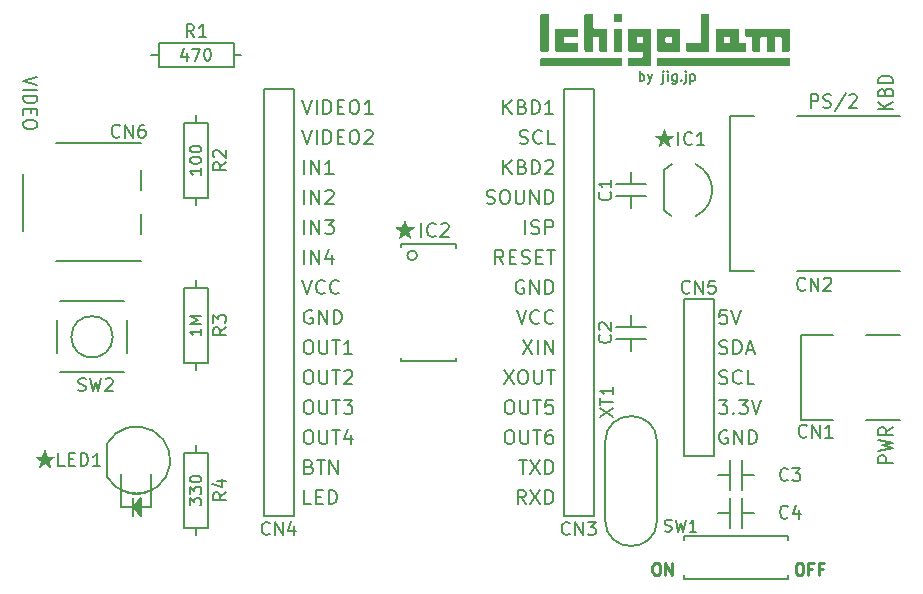
<source format=gto>
G04 #@! TF.FileFunction,Legend,Top*
%FSLAX45Y45*%
G04 Gerber Fmt 4.5, Leading zero omitted, Abs format (unit mm)*
G04 Created by KiCad (PCBNEW 4.0.1-stable) date 2017年09月08日金曜日 13:41:55*
%MOMM*%
G01*
G04 APERTURE LIST*
%ADD10C,0.100000*%
%ADD11C,0.250000*%
%ADD12C,0.150000*%
%ADD13C,0.200000*%
%ADD14C,0.010000*%
G04 APERTURE END LIST*
D10*
D11*
X18683295Y-14397838D02*
X18702343Y-14397838D01*
X18711867Y-14402600D01*
X18721391Y-14412124D01*
X18726152Y-14431171D01*
X18726152Y-14464505D01*
X18721391Y-14483552D01*
X18711867Y-14493076D01*
X18702343Y-14497838D01*
X18683295Y-14497838D01*
X18673771Y-14493076D01*
X18664248Y-14483552D01*
X18659486Y-14464505D01*
X18659486Y-14431171D01*
X18664248Y-14412124D01*
X18673771Y-14402600D01*
X18683295Y-14397838D01*
X18769010Y-14497838D02*
X18769010Y-14397838D01*
X18826152Y-14497838D01*
X18826152Y-14397838D01*
X19894562Y-14397838D02*
X19913610Y-14397838D01*
X19923133Y-14402600D01*
X19932657Y-14412124D01*
X19937419Y-14431171D01*
X19937419Y-14464505D01*
X19932657Y-14483552D01*
X19923133Y-14493076D01*
X19913610Y-14497838D01*
X19894562Y-14497838D01*
X19885038Y-14493076D01*
X19875514Y-14483552D01*
X19870752Y-14464505D01*
X19870752Y-14431171D01*
X19875514Y-14412124D01*
X19885038Y-14402600D01*
X19894562Y-14397838D01*
X20013610Y-14445457D02*
X19980276Y-14445457D01*
X19980276Y-14497838D02*
X19980276Y-14397838D01*
X20027895Y-14397838D01*
X20099324Y-14445457D02*
X20065991Y-14445457D01*
X20065991Y-14497838D02*
X20065991Y-14397838D01*
X20113610Y-14397838D01*
D12*
X18550967Y-10311395D02*
X18550967Y-10229395D01*
X18550967Y-10260633D02*
X18558776Y-10256729D01*
X18574395Y-10256729D01*
X18582205Y-10260633D01*
X18586110Y-10264538D01*
X18590014Y-10272348D01*
X18590014Y-10295776D01*
X18586110Y-10303586D01*
X18582205Y-10307491D01*
X18574395Y-10311395D01*
X18558776Y-10311395D01*
X18550967Y-10307491D01*
X18617348Y-10256729D02*
X18636872Y-10311395D01*
X18656395Y-10256729D02*
X18636872Y-10311395D01*
X18629062Y-10330919D01*
X18625157Y-10334824D01*
X18617348Y-10338729D01*
X18750110Y-10256729D02*
X18750110Y-10327014D01*
X18746205Y-10334824D01*
X18738395Y-10338729D01*
X18734491Y-10338729D01*
X18750110Y-10229395D02*
X18746205Y-10233300D01*
X18750110Y-10237205D01*
X18754014Y-10233300D01*
X18750110Y-10229395D01*
X18750110Y-10237205D01*
X18789157Y-10311395D02*
X18789157Y-10256729D01*
X18789157Y-10229395D02*
X18785252Y-10233300D01*
X18789157Y-10237205D01*
X18793062Y-10233300D01*
X18789157Y-10229395D01*
X18789157Y-10237205D01*
X18863348Y-10256729D02*
X18863348Y-10323110D01*
X18859443Y-10330919D01*
X18855538Y-10334824D01*
X18847729Y-10338729D01*
X18836014Y-10338729D01*
X18828205Y-10334824D01*
X18863348Y-10307491D02*
X18855538Y-10311395D01*
X18839919Y-10311395D01*
X18832110Y-10307491D01*
X18828205Y-10303586D01*
X18824300Y-10295776D01*
X18824300Y-10272348D01*
X18828205Y-10264538D01*
X18832110Y-10260633D01*
X18839919Y-10256729D01*
X18855538Y-10256729D01*
X18863348Y-10260633D01*
X18902395Y-10303586D02*
X18906300Y-10307491D01*
X18902395Y-10311395D01*
X18898491Y-10307491D01*
X18902395Y-10303586D01*
X18902395Y-10311395D01*
X18941443Y-10256729D02*
X18941443Y-10327014D01*
X18937538Y-10334824D01*
X18929729Y-10338729D01*
X18925824Y-10338729D01*
X18941443Y-10229395D02*
X18937538Y-10233300D01*
X18941443Y-10237205D01*
X18945348Y-10233300D01*
X18941443Y-10229395D01*
X18941443Y-10237205D01*
X18980491Y-10256729D02*
X18980491Y-10338729D01*
X18980491Y-10260633D02*
X18988300Y-10256729D01*
X19003919Y-10256729D01*
X19011729Y-10260633D01*
X19015633Y-10264538D01*
X19019538Y-10272348D01*
X19019538Y-10295776D01*
X19015633Y-10303586D01*
X19011729Y-10307491D01*
X19003919Y-10311395D01*
X18988300Y-10311395D01*
X18980491Y-10307491D01*
D13*
X17586357Y-13897286D02*
X17546357Y-13840143D01*
X17517786Y-13897286D02*
X17517786Y-13777286D01*
X17563500Y-13777286D01*
X17574929Y-13783000D01*
X17580643Y-13788714D01*
X17586357Y-13800143D01*
X17586357Y-13817286D01*
X17580643Y-13828714D01*
X17574929Y-13834429D01*
X17563500Y-13840143D01*
X17517786Y-13840143D01*
X17626357Y-13777286D02*
X17706357Y-13897286D01*
X17706357Y-13777286D02*
X17626357Y-13897286D01*
X17752071Y-13897286D02*
X17752071Y-13777286D01*
X17780643Y-13777286D01*
X17797786Y-13783000D01*
X17809214Y-13794429D01*
X17814929Y-13805857D01*
X17820643Y-13828714D01*
X17820643Y-13845857D01*
X17814929Y-13868714D01*
X17809214Y-13880143D01*
X17797786Y-13891571D01*
X17780643Y-13897286D01*
X17752071Y-13897286D01*
X17529214Y-13523286D02*
X17597786Y-13523286D01*
X17563500Y-13643286D02*
X17563500Y-13523286D01*
X17626357Y-13523286D02*
X17706357Y-13643286D01*
X17706357Y-13523286D02*
X17626357Y-13643286D01*
X17752071Y-13643286D02*
X17752071Y-13523286D01*
X17780643Y-13523286D01*
X17797786Y-13529000D01*
X17809214Y-13540429D01*
X17814929Y-13551857D01*
X17820643Y-13574714D01*
X17820643Y-13591857D01*
X17814929Y-13614714D01*
X17809214Y-13626143D01*
X17797786Y-13637571D01*
X17780643Y-13643286D01*
X17752071Y-13643286D01*
X17437786Y-13269286D02*
X17460643Y-13269286D01*
X17472071Y-13275000D01*
X17483500Y-13286429D01*
X17489214Y-13309286D01*
X17489214Y-13349286D01*
X17483500Y-13372143D01*
X17472071Y-13383571D01*
X17460643Y-13389286D01*
X17437786Y-13389286D01*
X17426357Y-13383571D01*
X17414929Y-13372143D01*
X17409214Y-13349286D01*
X17409214Y-13309286D01*
X17414929Y-13286429D01*
X17426357Y-13275000D01*
X17437786Y-13269286D01*
X17540643Y-13269286D02*
X17540643Y-13366429D01*
X17546357Y-13377857D01*
X17552071Y-13383571D01*
X17563500Y-13389286D01*
X17586357Y-13389286D01*
X17597786Y-13383571D01*
X17603500Y-13377857D01*
X17609214Y-13366429D01*
X17609214Y-13269286D01*
X17649214Y-13269286D02*
X17717786Y-13269286D01*
X17683500Y-13389286D02*
X17683500Y-13269286D01*
X17809214Y-13269286D02*
X17786357Y-13269286D01*
X17774929Y-13275000D01*
X17769214Y-13280714D01*
X17757786Y-13297857D01*
X17752071Y-13320714D01*
X17752071Y-13366429D01*
X17757786Y-13377857D01*
X17763500Y-13383571D01*
X17774929Y-13389286D01*
X17797786Y-13389286D01*
X17809214Y-13383571D01*
X17814929Y-13377857D01*
X17820643Y-13366429D01*
X17820643Y-13337857D01*
X17814929Y-13326429D01*
X17809214Y-13320714D01*
X17797786Y-13315000D01*
X17774929Y-13315000D01*
X17763500Y-13320714D01*
X17757786Y-13326429D01*
X17752071Y-13337857D01*
X17437786Y-13015286D02*
X17460643Y-13015286D01*
X17472071Y-13021000D01*
X17483500Y-13032429D01*
X17489214Y-13055286D01*
X17489214Y-13095286D01*
X17483500Y-13118143D01*
X17472071Y-13129571D01*
X17460643Y-13135286D01*
X17437786Y-13135286D01*
X17426357Y-13129571D01*
X17414929Y-13118143D01*
X17409214Y-13095286D01*
X17409214Y-13055286D01*
X17414929Y-13032429D01*
X17426357Y-13021000D01*
X17437786Y-13015286D01*
X17540643Y-13015286D02*
X17540643Y-13112429D01*
X17546357Y-13123857D01*
X17552071Y-13129571D01*
X17563500Y-13135286D01*
X17586357Y-13135286D01*
X17597786Y-13129571D01*
X17603500Y-13123857D01*
X17609214Y-13112429D01*
X17609214Y-13015286D01*
X17649214Y-13015286D02*
X17717786Y-13015286D01*
X17683500Y-13135286D02*
X17683500Y-13015286D01*
X17814929Y-13015286D02*
X17757786Y-13015286D01*
X17752071Y-13072429D01*
X17757786Y-13066714D01*
X17769214Y-13061000D01*
X17797786Y-13061000D01*
X17809214Y-13066714D01*
X17814929Y-13072429D01*
X17820643Y-13083857D01*
X17820643Y-13112429D01*
X17814929Y-13123857D01*
X17809214Y-13129571D01*
X17797786Y-13135286D01*
X17769214Y-13135286D01*
X17757786Y-13129571D01*
X17752071Y-13123857D01*
X17403500Y-12761286D02*
X17483500Y-12881286D01*
X17483500Y-12761286D02*
X17403500Y-12881286D01*
X17552071Y-12761286D02*
X17574929Y-12761286D01*
X17586357Y-12767000D01*
X17597786Y-12778429D01*
X17603500Y-12801286D01*
X17603500Y-12841286D01*
X17597786Y-12864143D01*
X17586357Y-12875571D01*
X17574929Y-12881286D01*
X17552071Y-12881286D01*
X17540643Y-12875571D01*
X17529214Y-12864143D01*
X17523500Y-12841286D01*
X17523500Y-12801286D01*
X17529214Y-12778429D01*
X17540643Y-12767000D01*
X17552071Y-12761286D01*
X17654929Y-12761286D02*
X17654929Y-12858429D01*
X17660643Y-12869857D01*
X17666357Y-12875571D01*
X17677786Y-12881286D01*
X17700643Y-12881286D01*
X17712071Y-12875571D01*
X17717786Y-12869857D01*
X17723500Y-12858429D01*
X17723500Y-12761286D01*
X17763500Y-12761286D02*
X17832071Y-12761286D01*
X17797786Y-12881286D02*
X17797786Y-12761286D01*
X17563500Y-12507286D02*
X17643500Y-12627286D01*
X17643500Y-12507286D02*
X17563500Y-12627286D01*
X17689214Y-12627286D02*
X17689214Y-12507286D01*
X17746357Y-12627286D02*
X17746357Y-12507286D01*
X17814929Y-12627286D01*
X17814929Y-12507286D01*
X17512072Y-12253286D02*
X17552072Y-12373286D01*
X17592072Y-12253286D01*
X17700643Y-12361857D02*
X17694929Y-12367571D01*
X17677786Y-12373286D01*
X17666357Y-12373286D01*
X17649214Y-12367571D01*
X17637786Y-12356143D01*
X17632071Y-12344714D01*
X17626357Y-12321857D01*
X17626357Y-12304714D01*
X17632071Y-12281857D01*
X17637786Y-12270429D01*
X17649214Y-12259000D01*
X17666357Y-12253286D01*
X17677786Y-12253286D01*
X17694929Y-12259000D01*
X17700643Y-12264714D01*
X17820643Y-12361857D02*
X17814929Y-12367571D01*
X17797786Y-12373286D01*
X17786357Y-12373286D01*
X17769214Y-12367571D01*
X17757786Y-12356143D01*
X17752071Y-12344714D01*
X17746357Y-12321857D01*
X17746357Y-12304714D01*
X17752071Y-12281857D01*
X17757786Y-12270429D01*
X17769214Y-12259000D01*
X17786357Y-12253286D01*
X17797786Y-12253286D01*
X17814929Y-12259000D01*
X17820643Y-12264714D01*
X17569214Y-12005000D02*
X17557786Y-11999286D01*
X17540643Y-11999286D01*
X17523500Y-12005000D01*
X17512071Y-12016429D01*
X17506357Y-12027857D01*
X17500643Y-12050714D01*
X17500643Y-12067857D01*
X17506357Y-12090714D01*
X17512071Y-12102143D01*
X17523500Y-12113571D01*
X17540643Y-12119286D01*
X17552071Y-12119286D01*
X17569214Y-12113571D01*
X17574929Y-12107857D01*
X17574929Y-12067857D01*
X17552071Y-12067857D01*
X17626357Y-12119286D02*
X17626357Y-11999286D01*
X17694929Y-12119286D01*
X17694929Y-11999286D01*
X17752071Y-12119286D02*
X17752071Y-11999286D01*
X17780643Y-11999286D01*
X17797786Y-12005000D01*
X17809214Y-12016429D01*
X17814929Y-12027857D01*
X17820643Y-12050714D01*
X17820643Y-12067857D01*
X17814929Y-12090714D01*
X17809214Y-12102143D01*
X17797786Y-12113571D01*
X17780643Y-12119286D01*
X17752071Y-12119286D01*
X17397786Y-11865286D02*
X17357786Y-11808143D01*
X17329214Y-11865286D02*
X17329214Y-11745286D01*
X17374929Y-11745286D01*
X17386357Y-11751000D01*
X17392072Y-11756714D01*
X17397786Y-11768143D01*
X17397786Y-11785286D01*
X17392072Y-11796714D01*
X17386357Y-11802429D01*
X17374929Y-11808143D01*
X17329214Y-11808143D01*
X17449214Y-11802429D02*
X17489214Y-11802429D01*
X17506357Y-11865286D02*
X17449214Y-11865286D01*
X17449214Y-11745286D01*
X17506357Y-11745286D01*
X17552071Y-11859571D02*
X17569214Y-11865286D01*
X17597786Y-11865286D01*
X17609214Y-11859571D01*
X17614929Y-11853857D01*
X17620643Y-11842429D01*
X17620643Y-11831000D01*
X17614929Y-11819571D01*
X17609214Y-11813857D01*
X17597786Y-11808143D01*
X17574929Y-11802429D01*
X17563500Y-11796714D01*
X17557786Y-11791000D01*
X17552071Y-11779571D01*
X17552071Y-11768143D01*
X17557786Y-11756714D01*
X17563500Y-11751000D01*
X17574929Y-11745286D01*
X17603500Y-11745286D01*
X17620643Y-11751000D01*
X17672071Y-11802429D02*
X17712071Y-11802429D01*
X17729214Y-11865286D02*
X17672071Y-11865286D01*
X17672071Y-11745286D01*
X17729214Y-11745286D01*
X17763500Y-11745286D02*
X17832071Y-11745286D01*
X17797786Y-11865286D02*
X17797786Y-11745286D01*
X17580643Y-11611286D02*
X17580643Y-11491286D01*
X17632071Y-11605571D02*
X17649214Y-11611286D01*
X17677786Y-11611286D01*
X17689214Y-11605571D01*
X17694929Y-11599857D01*
X17700643Y-11588429D01*
X17700643Y-11577000D01*
X17694929Y-11565571D01*
X17689214Y-11559857D01*
X17677786Y-11554143D01*
X17654929Y-11548429D01*
X17643500Y-11542714D01*
X17637786Y-11537000D01*
X17632071Y-11525571D01*
X17632071Y-11514143D01*
X17637786Y-11502714D01*
X17643500Y-11497000D01*
X17654929Y-11491286D01*
X17683500Y-11491286D01*
X17700643Y-11497000D01*
X17752071Y-11611286D02*
X17752071Y-11491286D01*
X17797786Y-11491286D01*
X17809214Y-11497000D01*
X17814929Y-11502714D01*
X17820643Y-11514143D01*
X17820643Y-11531286D01*
X17814929Y-11542714D01*
X17809214Y-11548429D01*
X17797786Y-11554143D01*
X17752071Y-11554143D01*
X17254929Y-11351571D02*
X17272071Y-11357286D01*
X17300643Y-11357286D01*
X17312071Y-11351571D01*
X17317786Y-11345857D01*
X17323500Y-11334429D01*
X17323500Y-11323000D01*
X17317786Y-11311571D01*
X17312071Y-11305857D01*
X17300643Y-11300143D01*
X17277786Y-11294429D01*
X17266357Y-11288714D01*
X17260643Y-11283000D01*
X17254929Y-11271571D01*
X17254929Y-11260143D01*
X17260643Y-11248714D01*
X17266357Y-11243000D01*
X17277786Y-11237286D01*
X17306357Y-11237286D01*
X17323500Y-11243000D01*
X17397786Y-11237286D02*
X17420643Y-11237286D01*
X17432071Y-11243000D01*
X17443500Y-11254429D01*
X17449214Y-11277286D01*
X17449214Y-11317286D01*
X17443500Y-11340143D01*
X17432071Y-11351571D01*
X17420643Y-11357286D01*
X17397786Y-11357286D01*
X17386357Y-11351571D01*
X17374929Y-11340143D01*
X17369214Y-11317286D01*
X17369214Y-11277286D01*
X17374929Y-11254429D01*
X17386357Y-11243000D01*
X17397786Y-11237286D01*
X17500643Y-11237286D02*
X17500643Y-11334429D01*
X17506357Y-11345857D01*
X17512071Y-11351571D01*
X17523500Y-11357286D01*
X17546357Y-11357286D01*
X17557786Y-11351571D01*
X17563500Y-11345857D01*
X17569214Y-11334429D01*
X17569214Y-11237286D01*
X17626357Y-11357286D02*
X17626357Y-11237286D01*
X17694929Y-11357286D01*
X17694929Y-11237286D01*
X17752071Y-11357286D02*
X17752071Y-11237286D01*
X17780643Y-11237286D01*
X17797786Y-11243000D01*
X17809214Y-11254429D01*
X17814929Y-11265857D01*
X17820643Y-11288714D01*
X17820643Y-11305857D01*
X17814929Y-11328714D01*
X17809214Y-11340143D01*
X17797786Y-11351571D01*
X17780643Y-11357286D01*
X17752071Y-11357286D01*
X17397786Y-11103286D02*
X17397786Y-10983286D01*
X17466357Y-11103286D02*
X17414929Y-11034714D01*
X17466357Y-10983286D02*
X17397786Y-11051857D01*
X17557786Y-11040429D02*
X17574929Y-11046143D01*
X17580643Y-11051857D01*
X17586357Y-11063286D01*
X17586357Y-11080429D01*
X17580643Y-11091857D01*
X17574929Y-11097571D01*
X17563500Y-11103286D01*
X17517786Y-11103286D01*
X17517786Y-10983286D01*
X17557786Y-10983286D01*
X17569214Y-10989000D01*
X17574929Y-10994714D01*
X17580643Y-11006143D01*
X17580643Y-11017571D01*
X17574929Y-11029000D01*
X17569214Y-11034714D01*
X17557786Y-11040429D01*
X17517786Y-11040429D01*
X17637786Y-11103286D02*
X17637786Y-10983286D01*
X17666357Y-10983286D01*
X17683500Y-10989000D01*
X17694929Y-11000429D01*
X17700643Y-11011857D01*
X17706357Y-11034714D01*
X17706357Y-11051857D01*
X17700643Y-11074714D01*
X17694929Y-11086143D01*
X17683500Y-11097571D01*
X17666357Y-11103286D01*
X17637786Y-11103286D01*
X17752071Y-10994714D02*
X17757786Y-10989000D01*
X17769214Y-10983286D01*
X17797786Y-10983286D01*
X17809214Y-10989000D01*
X17814929Y-10994714D01*
X17820643Y-11006143D01*
X17820643Y-11017571D01*
X17814929Y-11034714D01*
X17746357Y-11103286D01*
X17820643Y-11103286D01*
X17534929Y-10843571D02*
X17552071Y-10849286D01*
X17580643Y-10849286D01*
X17592071Y-10843571D01*
X17597786Y-10837857D01*
X17603500Y-10826429D01*
X17603500Y-10815000D01*
X17597786Y-10803571D01*
X17592071Y-10797857D01*
X17580643Y-10792143D01*
X17557786Y-10786429D01*
X17546357Y-10780714D01*
X17540643Y-10775000D01*
X17534929Y-10763571D01*
X17534929Y-10752143D01*
X17540643Y-10740714D01*
X17546357Y-10735000D01*
X17557786Y-10729286D01*
X17586357Y-10729286D01*
X17603500Y-10735000D01*
X17723500Y-10837857D02*
X17717786Y-10843571D01*
X17700643Y-10849286D01*
X17689214Y-10849286D01*
X17672071Y-10843571D01*
X17660643Y-10832143D01*
X17654929Y-10820714D01*
X17649214Y-10797857D01*
X17649214Y-10780714D01*
X17654929Y-10757857D01*
X17660643Y-10746429D01*
X17672071Y-10735000D01*
X17689214Y-10729286D01*
X17700643Y-10729286D01*
X17717786Y-10735000D01*
X17723500Y-10740714D01*
X17832071Y-10849286D02*
X17774929Y-10849286D01*
X17774929Y-10729286D01*
X17397786Y-10595286D02*
X17397786Y-10475286D01*
X17466357Y-10595286D02*
X17414929Y-10526714D01*
X17466357Y-10475286D02*
X17397786Y-10543857D01*
X17557786Y-10532429D02*
X17574929Y-10538143D01*
X17580643Y-10543857D01*
X17586357Y-10555286D01*
X17586357Y-10572429D01*
X17580643Y-10583857D01*
X17574929Y-10589571D01*
X17563500Y-10595286D01*
X17517786Y-10595286D01*
X17517786Y-10475286D01*
X17557786Y-10475286D01*
X17569214Y-10481000D01*
X17574929Y-10486714D01*
X17580643Y-10498143D01*
X17580643Y-10509571D01*
X17574929Y-10521000D01*
X17569214Y-10526714D01*
X17557786Y-10532429D01*
X17517786Y-10532429D01*
X17637786Y-10595286D02*
X17637786Y-10475286D01*
X17666357Y-10475286D01*
X17683500Y-10481000D01*
X17694929Y-10492429D01*
X17700643Y-10503857D01*
X17706357Y-10526714D01*
X17706357Y-10543857D01*
X17700643Y-10566714D01*
X17694929Y-10578143D01*
X17683500Y-10589571D01*
X17666357Y-10595286D01*
X17637786Y-10595286D01*
X17820643Y-10595286D02*
X17752071Y-10595286D01*
X17786357Y-10595286D02*
X17786357Y-10475286D01*
X17774929Y-10492429D01*
X17763500Y-10503857D01*
X17752071Y-10509571D01*
X15770214Y-13897286D02*
X15713071Y-13897286D01*
X15713071Y-13777286D01*
X15810214Y-13834429D02*
X15850214Y-13834429D01*
X15867357Y-13897286D02*
X15810214Y-13897286D01*
X15810214Y-13777286D01*
X15867357Y-13777286D01*
X15918786Y-13897286D02*
X15918786Y-13777286D01*
X15947357Y-13777286D01*
X15964500Y-13783000D01*
X15975929Y-13794429D01*
X15981643Y-13805857D01*
X15987357Y-13828714D01*
X15987357Y-13845857D01*
X15981643Y-13868714D01*
X15975929Y-13880143D01*
X15964500Y-13891571D01*
X15947357Y-13897286D01*
X15918786Y-13897286D01*
X15753071Y-13580429D02*
X15770214Y-13586143D01*
X15775929Y-13591857D01*
X15781643Y-13603286D01*
X15781643Y-13620429D01*
X15775929Y-13631857D01*
X15770214Y-13637571D01*
X15758786Y-13643286D01*
X15713071Y-13643286D01*
X15713071Y-13523286D01*
X15753071Y-13523286D01*
X15764500Y-13529000D01*
X15770214Y-13534714D01*
X15775929Y-13546143D01*
X15775929Y-13557571D01*
X15770214Y-13569000D01*
X15764500Y-13574714D01*
X15753071Y-13580429D01*
X15713071Y-13580429D01*
X15815929Y-13523286D02*
X15884500Y-13523286D01*
X15850214Y-13643286D02*
X15850214Y-13523286D01*
X15924500Y-13643286D02*
X15924500Y-13523286D01*
X15993071Y-13643286D01*
X15993071Y-13523286D01*
X15735929Y-13269286D02*
X15758786Y-13269286D01*
X15770214Y-13275000D01*
X15781643Y-13286429D01*
X15787357Y-13309286D01*
X15787357Y-13349286D01*
X15781643Y-13372143D01*
X15770214Y-13383571D01*
X15758786Y-13389286D01*
X15735929Y-13389286D01*
X15724500Y-13383571D01*
X15713071Y-13372143D01*
X15707357Y-13349286D01*
X15707357Y-13309286D01*
X15713071Y-13286429D01*
X15724500Y-13275000D01*
X15735929Y-13269286D01*
X15838786Y-13269286D02*
X15838786Y-13366429D01*
X15844500Y-13377857D01*
X15850214Y-13383571D01*
X15861643Y-13389286D01*
X15884500Y-13389286D01*
X15895929Y-13383571D01*
X15901643Y-13377857D01*
X15907357Y-13366429D01*
X15907357Y-13269286D01*
X15947357Y-13269286D02*
X16015929Y-13269286D01*
X15981643Y-13389286D02*
X15981643Y-13269286D01*
X16107357Y-13309286D02*
X16107357Y-13389286D01*
X16078786Y-13263571D02*
X16050214Y-13349286D01*
X16124500Y-13349286D01*
X15735929Y-13015286D02*
X15758786Y-13015286D01*
X15770214Y-13021000D01*
X15781643Y-13032429D01*
X15787357Y-13055286D01*
X15787357Y-13095286D01*
X15781643Y-13118143D01*
X15770214Y-13129571D01*
X15758786Y-13135286D01*
X15735929Y-13135286D01*
X15724500Y-13129571D01*
X15713071Y-13118143D01*
X15707357Y-13095286D01*
X15707357Y-13055286D01*
X15713071Y-13032429D01*
X15724500Y-13021000D01*
X15735929Y-13015286D01*
X15838786Y-13015286D02*
X15838786Y-13112429D01*
X15844500Y-13123857D01*
X15850214Y-13129571D01*
X15861643Y-13135286D01*
X15884500Y-13135286D01*
X15895929Y-13129571D01*
X15901643Y-13123857D01*
X15907357Y-13112429D01*
X15907357Y-13015286D01*
X15947357Y-13015286D02*
X16015929Y-13015286D01*
X15981643Y-13135286D02*
X15981643Y-13015286D01*
X16044500Y-13015286D02*
X16118786Y-13015286D01*
X16078786Y-13061000D01*
X16095929Y-13061000D01*
X16107357Y-13066714D01*
X16113071Y-13072429D01*
X16118786Y-13083857D01*
X16118786Y-13112429D01*
X16113071Y-13123857D01*
X16107357Y-13129571D01*
X16095929Y-13135286D01*
X16061643Y-13135286D01*
X16050214Y-13129571D01*
X16044500Y-13123857D01*
X15735929Y-12761286D02*
X15758786Y-12761286D01*
X15770214Y-12767000D01*
X15781643Y-12778429D01*
X15787357Y-12801286D01*
X15787357Y-12841286D01*
X15781643Y-12864143D01*
X15770214Y-12875571D01*
X15758786Y-12881286D01*
X15735929Y-12881286D01*
X15724500Y-12875571D01*
X15713071Y-12864143D01*
X15707357Y-12841286D01*
X15707357Y-12801286D01*
X15713071Y-12778429D01*
X15724500Y-12767000D01*
X15735929Y-12761286D01*
X15838786Y-12761286D02*
X15838786Y-12858429D01*
X15844500Y-12869857D01*
X15850214Y-12875571D01*
X15861643Y-12881286D01*
X15884500Y-12881286D01*
X15895929Y-12875571D01*
X15901643Y-12869857D01*
X15907357Y-12858429D01*
X15907357Y-12761286D01*
X15947357Y-12761286D02*
X16015929Y-12761286D01*
X15981643Y-12881286D02*
X15981643Y-12761286D01*
X16050214Y-12772714D02*
X16055929Y-12767000D01*
X16067357Y-12761286D01*
X16095929Y-12761286D01*
X16107357Y-12767000D01*
X16113071Y-12772714D01*
X16118786Y-12784143D01*
X16118786Y-12795571D01*
X16113071Y-12812714D01*
X16044500Y-12881286D01*
X16118786Y-12881286D01*
X15735929Y-12507286D02*
X15758786Y-12507286D01*
X15770214Y-12513000D01*
X15781643Y-12524429D01*
X15787357Y-12547286D01*
X15787357Y-12587286D01*
X15781643Y-12610143D01*
X15770214Y-12621571D01*
X15758786Y-12627286D01*
X15735929Y-12627286D01*
X15724500Y-12621571D01*
X15713071Y-12610143D01*
X15707357Y-12587286D01*
X15707357Y-12547286D01*
X15713071Y-12524429D01*
X15724500Y-12513000D01*
X15735929Y-12507286D01*
X15838786Y-12507286D02*
X15838786Y-12604429D01*
X15844500Y-12615857D01*
X15850214Y-12621571D01*
X15861643Y-12627286D01*
X15884500Y-12627286D01*
X15895929Y-12621571D01*
X15901643Y-12615857D01*
X15907357Y-12604429D01*
X15907357Y-12507286D01*
X15947357Y-12507286D02*
X16015929Y-12507286D01*
X15981643Y-12627286D02*
X15981643Y-12507286D01*
X16118786Y-12627286D02*
X16050214Y-12627286D01*
X16084500Y-12627286D02*
X16084500Y-12507286D01*
X16073071Y-12524429D01*
X16061643Y-12535857D01*
X16050214Y-12541571D01*
X15775929Y-12259000D02*
X15764500Y-12253286D01*
X15747357Y-12253286D01*
X15730214Y-12259000D01*
X15718786Y-12270429D01*
X15713071Y-12281857D01*
X15707357Y-12304714D01*
X15707357Y-12321857D01*
X15713071Y-12344714D01*
X15718786Y-12356143D01*
X15730214Y-12367571D01*
X15747357Y-12373286D01*
X15758786Y-12373286D01*
X15775929Y-12367571D01*
X15781643Y-12361857D01*
X15781643Y-12321857D01*
X15758786Y-12321857D01*
X15833071Y-12373286D02*
X15833071Y-12253286D01*
X15901643Y-12373286D01*
X15901643Y-12253286D01*
X15958786Y-12373286D02*
X15958786Y-12253286D01*
X15987357Y-12253286D01*
X16004500Y-12259000D01*
X16015929Y-12270429D01*
X16021643Y-12281857D01*
X16027357Y-12304714D01*
X16027357Y-12321857D01*
X16021643Y-12344714D01*
X16015929Y-12356143D01*
X16004500Y-12367571D01*
X15987357Y-12373286D01*
X15958786Y-12373286D01*
X15695929Y-11999286D02*
X15735929Y-12119286D01*
X15775929Y-11999286D01*
X15884500Y-12107857D02*
X15878786Y-12113571D01*
X15861643Y-12119286D01*
X15850214Y-12119286D01*
X15833071Y-12113571D01*
X15821643Y-12102143D01*
X15815928Y-12090714D01*
X15810214Y-12067857D01*
X15810214Y-12050714D01*
X15815928Y-12027857D01*
X15821643Y-12016429D01*
X15833071Y-12005000D01*
X15850214Y-11999286D01*
X15861643Y-11999286D01*
X15878786Y-12005000D01*
X15884500Y-12010714D01*
X16004500Y-12107857D02*
X15998786Y-12113571D01*
X15981643Y-12119286D01*
X15970214Y-12119286D01*
X15953071Y-12113571D01*
X15941643Y-12102143D01*
X15935928Y-12090714D01*
X15930214Y-12067857D01*
X15930214Y-12050714D01*
X15935928Y-12027857D01*
X15941643Y-12016429D01*
X15953071Y-12005000D01*
X15970214Y-11999286D01*
X15981643Y-11999286D01*
X15998786Y-12005000D01*
X16004500Y-12010714D01*
X15713071Y-11865286D02*
X15713071Y-11745286D01*
X15770214Y-11865286D02*
X15770214Y-11745286D01*
X15838786Y-11865286D01*
X15838786Y-11745286D01*
X15947357Y-11785286D02*
X15947357Y-11865286D01*
X15918786Y-11739571D02*
X15890214Y-11825286D01*
X15964500Y-11825286D01*
X15713071Y-11611286D02*
X15713071Y-11491286D01*
X15770214Y-11611286D02*
X15770214Y-11491286D01*
X15838786Y-11611286D01*
X15838786Y-11491286D01*
X15884500Y-11491286D02*
X15958786Y-11491286D01*
X15918786Y-11537000D01*
X15935929Y-11537000D01*
X15947357Y-11542714D01*
X15953071Y-11548429D01*
X15958786Y-11559857D01*
X15958786Y-11588429D01*
X15953071Y-11599857D01*
X15947357Y-11605571D01*
X15935929Y-11611286D01*
X15901643Y-11611286D01*
X15890214Y-11605571D01*
X15884500Y-11599857D01*
X15713071Y-11357286D02*
X15713071Y-11237286D01*
X15770214Y-11357286D02*
X15770214Y-11237286D01*
X15838786Y-11357286D01*
X15838786Y-11237286D01*
X15890214Y-11248714D02*
X15895929Y-11243000D01*
X15907357Y-11237286D01*
X15935929Y-11237286D01*
X15947357Y-11243000D01*
X15953071Y-11248714D01*
X15958786Y-11260143D01*
X15958786Y-11271571D01*
X15953071Y-11288714D01*
X15884500Y-11357286D01*
X15958786Y-11357286D01*
X15713071Y-11103286D02*
X15713071Y-10983286D01*
X15770214Y-11103286D02*
X15770214Y-10983286D01*
X15838786Y-11103286D01*
X15838786Y-10983286D01*
X15958786Y-11103286D02*
X15890214Y-11103286D01*
X15924500Y-11103286D02*
X15924500Y-10983286D01*
X15913071Y-11000429D01*
X15901643Y-11011857D01*
X15890214Y-11017571D01*
X15695929Y-10729286D02*
X15735929Y-10849286D01*
X15775929Y-10729286D01*
X15815928Y-10849286D02*
X15815928Y-10729286D01*
X15873071Y-10849286D02*
X15873071Y-10729286D01*
X15901643Y-10729286D01*
X15918786Y-10735000D01*
X15930214Y-10746429D01*
X15935929Y-10757857D01*
X15941643Y-10780714D01*
X15941643Y-10797857D01*
X15935929Y-10820714D01*
X15930214Y-10832143D01*
X15918786Y-10843571D01*
X15901643Y-10849286D01*
X15873071Y-10849286D01*
X15993071Y-10786429D02*
X16033071Y-10786429D01*
X16050214Y-10849286D02*
X15993071Y-10849286D01*
X15993071Y-10729286D01*
X16050214Y-10729286D01*
X16124500Y-10729286D02*
X16147357Y-10729286D01*
X16158786Y-10735000D01*
X16170214Y-10746429D01*
X16175928Y-10769286D01*
X16175928Y-10809286D01*
X16170214Y-10832143D01*
X16158786Y-10843571D01*
X16147357Y-10849286D01*
X16124500Y-10849286D01*
X16113071Y-10843571D01*
X16101643Y-10832143D01*
X16095928Y-10809286D01*
X16095928Y-10769286D01*
X16101643Y-10746429D01*
X16113071Y-10735000D01*
X16124500Y-10729286D01*
X16221643Y-10740714D02*
X16227357Y-10735000D01*
X16238786Y-10729286D01*
X16267357Y-10729286D01*
X16278786Y-10735000D01*
X16284500Y-10740714D01*
X16290214Y-10752143D01*
X16290214Y-10763571D01*
X16284500Y-10780714D01*
X16215929Y-10849286D01*
X16290214Y-10849286D01*
X15695929Y-10475286D02*
X15735929Y-10595286D01*
X15775929Y-10475286D01*
X15815928Y-10595286D02*
X15815928Y-10475286D01*
X15873071Y-10595286D02*
X15873071Y-10475286D01*
X15901643Y-10475286D01*
X15918786Y-10481000D01*
X15930214Y-10492429D01*
X15935929Y-10503857D01*
X15941643Y-10526714D01*
X15941643Y-10543857D01*
X15935929Y-10566714D01*
X15930214Y-10578143D01*
X15918786Y-10589571D01*
X15901643Y-10595286D01*
X15873071Y-10595286D01*
X15993071Y-10532429D02*
X16033071Y-10532429D01*
X16050214Y-10595286D02*
X15993071Y-10595286D01*
X15993071Y-10475286D01*
X16050214Y-10475286D01*
X16124500Y-10475286D02*
X16147357Y-10475286D01*
X16158786Y-10481000D01*
X16170214Y-10492429D01*
X16175928Y-10515286D01*
X16175928Y-10555286D01*
X16170214Y-10578143D01*
X16158786Y-10589571D01*
X16147357Y-10595286D01*
X16124500Y-10595286D01*
X16113071Y-10589571D01*
X16101643Y-10578143D01*
X16095928Y-10555286D01*
X16095928Y-10515286D01*
X16101643Y-10492429D01*
X16113071Y-10481000D01*
X16124500Y-10475286D01*
X16290214Y-10595286D02*
X16221643Y-10595286D01*
X16255929Y-10595286D02*
X16255929Y-10475286D01*
X16244500Y-10492429D01*
X16233071Y-10503857D01*
X16221643Y-10509571D01*
X20691786Y-13545167D02*
X20571786Y-13545167D01*
X20571786Y-13503262D01*
X20577500Y-13492786D01*
X20583214Y-13487548D01*
X20594643Y-13482309D01*
X20611786Y-13482309D01*
X20623214Y-13487548D01*
X20628929Y-13492786D01*
X20634643Y-13503262D01*
X20634643Y-13545167D01*
X20571786Y-13445643D02*
X20691786Y-13419452D01*
X20606071Y-13398500D01*
X20691786Y-13377548D01*
X20571786Y-13351357D01*
X20691786Y-13246595D02*
X20634643Y-13283262D01*
X20691786Y-13309452D02*
X20571786Y-13309452D01*
X20571786Y-13267548D01*
X20577500Y-13257071D01*
X20583214Y-13251833D01*
X20594643Y-13246595D01*
X20611786Y-13246595D01*
X20623214Y-13251833D01*
X20628929Y-13257071D01*
X20634643Y-13267548D01*
X20634643Y-13309452D01*
X20001810Y-10544486D02*
X20001810Y-10424486D01*
X20043714Y-10424486D01*
X20054191Y-10430200D01*
X20059429Y-10435914D01*
X20064667Y-10447343D01*
X20064667Y-10464486D01*
X20059429Y-10475914D01*
X20054191Y-10481629D01*
X20043714Y-10487343D01*
X20001810Y-10487343D01*
X20106572Y-10538771D02*
X20122286Y-10544486D01*
X20148476Y-10544486D01*
X20158952Y-10538771D01*
X20164191Y-10533057D01*
X20169429Y-10521629D01*
X20169429Y-10510200D01*
X20164191Y-10498771D01*
X20158952Y-10493057D01*
X20148476Y-10487343D01*
X20127524Y-10481629D01*
X20117048Y-10475914D01*
X20111810Y-10470200D01*
X20106572Y-10458771D01*
X20106572Y-10447343D01*
X20111810Y-10435914D01*
X20117048Y-10430200D01*
X20127524Y-10424486D01*
X20153714Y-10424486D01*
X20169429Y-10430200D01*
X20295143Y-10418771D02*
X20200857Y-10573057D01*
X20326572Y-10435914D02*
X20331810Y-10430200D01*
X20342286Y-10424486D01*
X20368476Y-10424486D01*
X20378952Y-10430200D01*
X20384191Y-10435914D01*
X20389429Y-10447343D01*
X20389429Y-10458771D01*
X20384191Y-10475914D01*
X20321333Y-10544486D01*
X20389429Y-10544486D01*
X20691786Y-10552810D02*
X20571786Y-10552810D01*
X20691786Y-10489952D02*
X20623214Y-10537095D01*
X20571786Y-10489952D02*
X20640357Y-10552810D01*
X20628929Y-10406143D02*
X20634643Y-10390429D01*
X20640357Y-10385191D01*
X20651786Y-10379952D01*
X20668929Y-10379952D01*
X20680357Y-10385191D01*
X20686071Y-10390429D01*
X20691786Y-10400905D01*
X20691786Y-10442810D01*
X20571786Y-10442810D01*
X20571786Y-10406143D01*
X20577500Y-10395667D01*
X20583214Y-10390429D01*
X20594643Y-10385191D01*
X20606071Y-10385191D01*
X20617500Y-10390429D01*
X20623214Y-10395667D01*
X20628929Y-10406143D01*
X20628929Y-10442810D01*
X20691786Y-10332810D02*
X20571786Y-10332810D01*
X20571786Y-10306619D01*
X20577500Y-10290905D01*
X20588929Y-10280429D01*
X20600357Y-10275191D01*
X20623214Y-10269952D01*
X20640357Y-10269952D01*
X20663214Y-10275191D01*
X20674643Y-10280429D01*
X20686071Y-10290905D01*
X20691786Y-10306619D01*
X20691786Y-10332810D01*
X13451514Y-10277662D02*
X13331514Y-10314329D01*
X13451514Y-10350995D01*
X13331514Y-10387662D02*
X13451514Y-10387662D01*
X13331514Y-10440043D02*
X13451514Y-10440043D01*
X13451514Y-10466233D01*
X13445800Y-10481948D01*
X13434371Y-10492424D01*
X13422943Y-10497662D01*
X13400086Y-10502900D01*
X13382943Y-10502900D01*
X13360086Y-10497662D01*
X13348657Y-10492424D01*
X13337229Y-10481948D01*
X13331514Y-10466233D01*
X13331514Y-10440043D01*
X13394371Y-10550043D02*
X13394371Y-10586710D01*
X13331514Y-10602424D02*
X13331514Y-10550043D01*
X13451514Y-10550043D01*
X13451514Y-10602424D01*
X13451514Y-10670519D02*
X13451514Y-10691471D01*
X13445800Y-10701948D01*
X13434371Y-10712424D01*
X13411514Y-10717662D01*
X13371514Y-10717662D01*
X13348657Y-10712424D01*
X13337229Y-10701948D01*
X13331514Y-10691471D01*
X13331514Y-10670519D01*
X13337229Y-10660043D01*
X13348657Y-10649567D01*
X13371514Y-10644329D01*
X13411514Y-10644329D01*
X13434371Y-10649567D01*
X13445800Y-10660043D01*
X13451514Y-10670519D01*
D12*
X14740738Y-13908071D02*
X14740738Y-13846167D01*
X14778833Y-13879500D01*
X14778833Y-13865214D01*
X14783595Y-13855690D01*
X14788357Y-13850928D01*
X14797881Y-13846167D01*
X14821690Y-13846167D01*
X14831214Y-13850928D01*
X14835976Y-13855690D01*
X14840738Y-13865214D01*
X14840738Y-13893786D01*
X14835976Y-13903309D01*
X14831214Y-13908071D01*
X14740738Y-13812833D02*
X14740738Y-13750928D01*
X14778833Y-13784262D01*
X14778833Y-13769976D01*
X14783595Y-13760452D01*
X14788357Y-13755690D01*
X14797881Y-13750928D01*
X14821690Y-13750928D01*
X14831214Y-13755690D01*
X14835976Y-13760452D01*
X14840738Y-13769976D01*
X14840738Y-13798548D01*
X14835976Y-13808071D01*
X14831214Y-13812833D01*
X14740738Y-13689024D02*
X14740738Y-13679500D01*
X14745500Y-13669976D01*
X14750262Y-13665214D01*
X14759786Y-13660452D01*
X14778833Y-13655690D01*
X14802643Y-13655690D01*
X14821690Y-13660452D01*
X14831214Y-13665214D01*
X14835976Y-13669976D01*
X14840738Y-13679500D01*
X14840738Y-13689024D01*
X14835976Y-13698548D01*
X14831214Y-13703309D01*
X14821690Y-13708071D01*
X14802643Y-13712833D01*
X14778833Y-13712833D01*
X14759786Y-13708071D01*
X14750262Y-13703309D01*
X14745500Y-13698548D01*
X14740738Y-13689024D01*
X14840738Y-12411071D02*
X14840738Y-12468214D01*
X14840738Y-12439643D02*
X14740738Y-12439643D01*
X14755024Y-12449167D01*
X14764548Y-12458690D01*
X14769309Y-12468214D01*
X14840738Y-12368214D02*
X14740738Y-12368214D01*
X14812167Y-12334881D01*
X14740738Y-12301548D01*
X14840738Y-12301548D01*
X14840738Y-11052167D02*
X14840738Y-11109310D01*
X14840738Y-11080738D02*
X14740738Y-11080738D01*
X14755024Y-11090262D01*
X14764548Y-11099786D01*
X14769309Y-11109310D01*
X14740738Y-10990262D02*
X14740738Y-10980738D01*
X14745500Y-10971214D01*
X14750262Y-10966452D01*
X14759786Y-10961690D01*
X14778833Y-10956929D01*
X14802643Y-10956929D01*
X14821690Y-10961690D01*
X14831214Y-10966452D01*
X14835976Y-10971214D01*
X14840738Y-10980738D01*
X14840738Y-10990262D01*
X14835976Y-10999786D01*
X14831214Y-11004548D01*
X14821690Y-11009310D01*
X14802643Y-11014071D01*
X14778833Y-11014071D01*
X14759786Y-11009310D01*
X14750262Y-11004548D01*
X14745500Y-10999786D01*
X14740738Y-10990262D01*
X14740738Y-10895024D02*
X14740738Y-10885500D01*
X14745500Y-10875976D01*
X14750262Y-10871214D01*
X14759786Y-10866452D01*
X14778833Y-10861690D01*
X14802643Y-10861690D01*
X14821690Y-10866452D01*
X14831214Y-10871214D01*
X14835976Y-10875976D01*
X14840738Y-10885500D01*
X14840738Y-10895024D01*
X14835976Y-10904548D01*
X14831214Y-10909310D01*
X14821690Y-10914071D01*
X14802643Y-10918833D01*
X14778833Y-10918833D01*
X14759786Y-10914071D01*
X14750262Y-10909310D01*
X14745500Y-10904548D01*
X14740738Y-10895024D01*
X14719310Y-10075071D02*
X14719310Y-10141738D01*
X14695500Y-10036976D02*
X14671690Y-10108405D01*
X14733595Y-10108405D01*
X14762167Y-10041738D02*
X14828833Y-10041738D01*
X14785976Y-10141738D01*
X14885976Y-10041738D02*
X14895500Y-10041738D01*
X14905024Y-10046500D01*
X14909786Y-10051262D01*
X14914548Y-10060786D01*
X14919310Y-10079833D01*
X14919310Y-10103643D01*
X14914548Y-10122691D01*
X14909786Y-10132214D01*
X14905024Y-10136976D01*
X14895500Y-10141738D01*
X14885976Y-10141738D01*
X14876452Y-10136976D01*
X14871690Y-10132214D01*
X14866929Y-10122691D01*
X14862167Y-10103643D01*
X14862167Y-10079833D01*
X14866929Y-10060786D01*
X14871690Y-10051262D01*
X14876452Y-10046500D01*
X14885976Y-10041738D01*
D13*
X19293829Y-13275000D02*
X19282400Y-13269286D01*
X19265257Y-13269286D01*
X19248114Y-13275000D01*
X19236686Y-13286429D01*
X19230971Y-13297857D01*
X19225257Y-13320714D01*
X19225257Y-13337857D01*
X19230971Y-13360714D01*
X19236686Y-13372143D01*
X19248114Y-13383571D01*
X19265257Y-13389286D01*
X19276686Y-13389286D01*
X19293829Y-13383571D01*
X19299543Y-13377857D01*
X19299543Y-13337857D01*
X19276686Y-13337857D01*
X19350971Y-13389286D02*
X19350971Y-13269286D01*
X19419543Y-13389286D01*
X19419543Y-13269286D01*
X19476686Y-13389286D02*
X19476686Y-13269286D01*
X19505257Y-13269286D01*
X19522400Y-13275000D01*
X19533829Y-13286429D01*
X19539543Y-13297857D01*
X19545257Y-13320714D01*
X19545257Y-13337857D01*
X19539543Y-13360714D01*
X19533829Y-13372143D01*
X19522400Y-13383571D01*
X19505257Y-13389286D01*
X19476686Y-13389286D01*
X19219543Y-13015286D02*
X19293829Y-13015286D01*
X19253829Y-13061000D01*
X19270971Y-13061000D01*
X19282400Y-13066714D01*
X19288114Y-13072429D01*
X19293829Y-13083857D01*
X19293829Y-13112429D01*
X19288114Y-13123857D01*
X19282400Y-13129571D01*
X19270971Y-13135286D01*
X19236686Y-13135286D01*
X19225257Y-13129571D01*
X19219543Y-13123857D01*
X19345257Y-13123857D02*
X19350971Y-13129571D01*
X19345257Y-13135286D01*
X19339543Y-13129571D01*
X19345257Y-13123857D01*
X19345257Y-13135286D01*
X19390972Y-13015286D02*
X19465257Y-13015286D01*
X19425257Y-13061000D01*
X19442400Y-13061000D01*
X19453829Y-13066714D01*
X19459543Y-13072429D01*
X19465257Y-13083857D01*
X19465257Y-13112429D01*
X19459543Y-13123857D01*
X19453829Y-13129571D01*
X19442400Y-13135286D01*
X19408114Y-13135286D01*
X19396686Y-13129571D01*
X19390972Y-13123857D01*
X19499543Y-13015286D02*
X19539543Y-13135286D01*
X19579543Y-13015286D01*
X19225257Y-12875571D02*
X19242400Y-12881286D01*
X19270971Y-12881286D01*
X19282400Y-12875571D01*
X19288114Y-12869857D01*
X19293829Y-12858429D01*
X19293829Y-12847000D01*
X19288114Y-12835571D01*
X19282400Y-12829857D01*
X19270971Y-12824143D01*
X19248114Y-12818429D01*
X19236686Y-12812714D01*
X19230971Y-12807000D01*
X19225257Y-12795571D01*
X19225257Y-12784143D01*
X19230971Y-12772714D01*
X19236686Y-12767000D01*
X19248114Y-12761286D01*
X19276686Y-12761286D01*
X19293829Y-12767000D01*
X19413829Y-12869857D02*
X19408114Y-12875571D01*
X19390971Y-12881286D01*
X19379543Y-12881286D01*
X19362400Y-12875571D01*
X19350971Y-12864143D01*
X19345257Y-12852714D01*
X19339543Y-12829857D01*
X19339543Y-12812714D01*
X19345257Y-12789857D01*
X19350971Y-12778429D01*
X19362400Y-12767000D01*
X19379543Y-12761286D01*
X19390971Y-12761286D01*
X19408114Y-12767000D01*
X19413829Y-12772714D01*
X19522400Y-12881286D02*
X19465257Y-12881286D01*
X19465257Y-12761286D01*
X19225257Y-12621571D02*
X19242400Y-12627286D01*
X19270971Y-12627286D01*
X19282400Y-12621571D01*
X19288114Y-12615857D01*
X19293829Y-12604429D01*
X19293829Y-12593000D01*
X19288114Y-12581571D01*
X19282400Y-12575857D01*
X19270971Y-12570143D01*
X19248114Y-12564429D01*
X19236686Y-12558714D01*
X19230971Y-12553000D01*
X19225257Y-12541571D01*
X19225257Y-12530143D01*
X19230971Y-12518714D01*
X19236686Y-12513000D01*
X19248114Y-12507286D01*
X19276686Y-12507286D01*
X19293829Y-12513000D01*
X19345257Y-12627286D02*
X19345257Y-12507286D01*
X19373829Y-12507286D01*
X19390971Y-12513000D01*
X19402400Y-12524429D01*
X19408114Y-12535857D01*
X19413829Y-12558714D01*
X19413829Y-12575857D01*
X19408114Y-12598714D01*
X19402400Y-12610143D01*
X19390971Y-12621571D01*
X19373829Y-12627286D01*
X19345257Y-12627286D01*
X19459543Y-12593000D02*
X19516686Y-12593000D01*
X19448114Y-12627286D02*
X19488114Y-12507286D01*
X19528114Y-12627286D01*
X19288114Y-12253286D02*
X19230971Y-12253286D01*
X19225257Y-12310429D01*
X19230971Y-12304714D01*
X19242400Y-12299000D01*
X19270971Y-12299000D01*
X19282400Y-12304714D01*
X19288114Y-12310429D01*
X19293829Y-12321857D01*
X19293829Y-12350429D01*
X19288114Y-12361857D01*
X19282400Y-12367571D01*
X19270971Y-12373286D01*
X19242400Y-12373286D01*
X19230971Y-12367571D01*
X19225257Y-12361857D01*
X19328114Y-12253286D02*
X19368114Y-12373286D01*
X19408114Y-12253286D01*
D14*
G36*
X17965243Y-10117048D02*
X18009130Y-10117092D01*
X18054316Y-10117156D01*
X18392758Y-10117692D01*
X18392758Y-10181192D01*
X18052733Y-10181727D01*
X18008100Y-10181795D01*
X17967510Y-10181850D01*
X17930773Y-10181890D01*
X17897699Y-10181914D01*
X17868097Y-10181920D01*
X17841777Y-10181907D01*
X17818549Y-10181874D01*
X17798223Y-10181817D01*
X17780608Y-10181737D01*
X17765515Y-10181632D01*
X17752752Y-10181499D01*
X17742130Y-10181338D01*
X17733459Y-10181146D01*
X17726548Y-10180923D01*
X17721208Y-10180666D01*
X17717247Y-10180374D01*
X17714475Y-10180046D01*
X17712703Y-10179679D01*
X17711740Y-10179273D01*
X17711421Y-10178908D01*
X17710932Y-10175596D01*
X17710528Y-10168979D01*
X17710250Y-10159986D01*
X17710134Y-10149544D01*
X17710133Y-10148469D01*
X17710263Y-10136232D01*
X17710688Y-10127672D01*
X17711461Y-10122238D01*
X17712636Y-10119383D01*
X17713004Y-10119003D01*
X17714639Y-10118669D01*
X17718782Y-10118367D01*
X17725556Y-10118099D01*
X17735085Y-10117862D01*
X17747493Y-10117656D01*
X17762903Y-10117481D01*
X17781440Y-10117335D01*
X17803227Y-10117218D01*
X17828387Y-10117130D01*
X17857045Y-10117070D01*
X17889325Y-10117036D01*
X17925350Y-10117030D01*
X17965243Y-10117048D01*
X17965243Y-10117048D01*
G37*
X17965243Y-10117048D02*
X18009130Y-10117092D01*
X18054316Y-10117156D01*
X18392758Y-10117692D01*
X18392758Y-10181192D01*
X18052733Y-10181727D01*
X18008100Y-10181795D01*
X17967510Y-10181850D01*
X17930773Y-10181890D01*
X17897699Y-10181914D01*
X17868097Y-10181920D01*
X17841777Y-10181907D01*
X17818549Y-10181874D01*
X17798223Y-10181817D01*
X17780608Y-10181737D01*
X17765515Y-10181632D01*
X17752752Y-10181499D01*
X17742130Y-10181338D01*
X17733459Y-10181146D01*
X17726548Y-10180923D01*
X17721208Y-10180666D01*
X17717247Y-10180374D01*
X17714475Y-10180046D01*
X17712703Y-10179679D01*
X17711740Y-10179273D01*
X17711421Y-10178908D01*
X17710932Y-10175596D01*
X17710528Y-10168979D01*
X17710250Y-10159986D01*
X17710134Y-10149544D01*
X17710133Y-10148469D01*
X17710263Y-10136232D01*
X17710688Y-10127672D01*
X17711461Y-10122238D01*
X17712636Y-10119383D01*
X17713004Y-10119003D01*
X17714639Y-10118669D01*
X17718782Y-10118367D01*
X17725556Y-10118099D01*
X17735085Y-10117862D01*
X17747493Y-10117656D01*
X17762903Y-10117481D01*
X17781440Y-10117335D01*
X17803227Y-10117218D01*
X17828387Y-10117130D01*
X17857045Y-10117070D01*
X17889325Y-10117036D01*
X17925350Y-10117030D01*
X17965243Y-10117048D01*
G36*
X18567217Y-9870980D02*
X18583456Y-9871168D01*
X18598457Y-9871451D01*
X18611673Y-9871828D01*
X18622558Y-9872299D01*
X18630564Y-9872863D01*
X18635144Y-9873520D01*
X18635905Y-9873816D01*
X18636617Y-9874534D01*
X18637231Y-9875770D01*
X18637755Y-9877815D01*
X18638194Y-9880962D01*
X18638555Y-9885504D01*
X18638844Y-9891735D01*
X18639070Y-9899947D01*
X18639238Y-9910434D01*
X18639354Y-9923488D01*
X18639427Y-9939402D01*
X18639462Y-9958469D01*
X18639465Y-9980982D01*
X18639445Y-10007235D01*
X18639421Y-10027579D01*
X18639373Y-10052502D01*
X18639298Y-10076192D01*
X18639198Y-10098308D01*
X18639077Y-10118509D01*
X18638938Y-10136454D01*
X18638783Y-10151803D01*
X18638615Y-10164214D01*
X18638438Y-10173347D01*
X18638254Y-10178861D01*
X18638103Y-10180438D01*
X18635829Y-10180815D01*
X18629853Y-10181150D01*
X18620704Y-10181443D01*
X18608914Y-10181691D01*
X18595013Y-10181894D01*
X18579530Y-10182050D01*
X18562998Y-10182159D01*
X18545946Y-10182219D01*
X18528904Y-10182230D01*
X18512404Y-10182189D01*
X18496976Y-10182096D01*
X18483150Y-10181950D01*
X18471456Y-10181749D01*
X18462426Y-10181493D01*
X18456589Y-10181180D01*
X18454494Y-10180839D01*
X18453731Y-10177984D01*
X18453239Y-10171872D01*
X18452999Y-10163470D01*
X18452995Y-10153743D01*
X18453207Y-10143659D01*
X18453620Y-10134184D01*
X18454215Y-10126284D01*
X18454974Y-10120926D01*
X18455623Y-10119173D01*
X18457785Y-10118347D01*
X18462636Y-10117700D01*
X18470481Y-10117217D01*
X18481627Y-10116887D01*
X18496380Y-10116697D01*
X18515047Y-10116633D01*
X18515874Y-10116633D01*
X18533026Y-10116620D01*
X18546431Y-10116557D01*
X18556572Y-10116411D01*
X18563936Y-10116149D01*
X18569008Y-10115739D01*
X18572274Y-10115146D01*
X18574217Y-10114338D01*
X18575324Y-10113281D01*
X18575776Y-10112539D01*
X18576861Y-10108382D01*
X18577577Y-10101401D01*
X18577932Y-10092701D01*
X18577934Y-10083386D01*
X18577590Y-10074562D01*
X18576907Y-10067333D01*
X18575893Y-10062803D01*
X18575427Y-10062023D01*
X18573232Y-10061183D01*
X18568315Y-10060528D01*
X18560371Y-10060043D01*
X18549090Y-10059717D01*
X18534166Y-10059535D01*
X18517079Y-10059483D01*
X18499137Y-10059399D01*
X18483915Y-10059152D01*
X18471758Y-10058757D01*
X18463011Y-10058227D01*
X18458020Y-10057572D01*
X18457178Y-10057292D01*
X18456180Y-10056614D01*
X18455358Y-10055494D01*
X18454697Y-10053544D01*
X18454177Y-10050382D01*
X18453783Y-10045622D01*
X18453497Y-10038880D01*
X18453301Y-10029769D01*
X18453180Y-10017907D01*
X18453114Y-10002907D01*
X18453088Y-9984384D01*
X18453083Y-9965641D01*
X18453087Y-9963175D01*
X18518700Y-9963175D01*
X18518760Y-9974525D01*
X18519379Y-9982386D01*
X18521212Y-9987398D01*
X18524916Y-9990201D01*
X18531147Y-9991437D01*
X18540562Y-9991744D01*
X18547984Y-9991750D01*
X18561084Y-9991512D01*
X18570047Y-9990800D01*
X18574843Y-9989617D01*
X18575427Y-9989210D01*
X18576612Y-9985921D01*
X18577443Y-9979510D01*
X18577920Y-9971075D01*
X18578043Y-9961713D01*
X18577811Y-9952519D01*
X18577224Y-9944592D01*
X18576284Y-9939029D01*
X18575427Y-9937140D01*
X18571782Y-9935828D01*
X18563961Y-9934987D01*
X18551996Y-9934618D01*
X18547984Y-9934600D01*
X18536353Y-9934659D01*
X18528297Y-9935263D01*
X18523160Y-9937051D01*
X18520287Y-9940666D01*
X18519021Y-9946746D01*
X18518706Y-9955933D01*
X18518700Y-9963175D01*
X18453087Y-9963175D01*
X18453116Y-9942181D01*
X18453219Y-9922681D01*
X18453400Y-9906867D01*
X18453667Y-9894468D01*
X18454026Y-9885210D01*
X18454486Y-9878820D01*
X18455054Y-9875025D01*
X18455623Y-9873640D01*
X18458387Y-9872951D01*
X18464836Y-9872362D01*
X18474423Y-9871871D01*
X18486602Y-9871479D01*
X18500824Y-9871186D01*
X18516544Y-9870989D01*
X18533214Y-9870890D01*
X18550288Y-9870887D01*
X18567217Y-9870980D01*
X18567217Y-9870980D01*
G37*
X18567217Y-9870980D02*
X18583456Y-9871168D01*
X18598457Y-9871451D01*
X18611673Y-9871828D01*
X18622558Y-9872299D01*
X18630564Y-9872863D01*
X18635144Y-9873520D01*
X18635905Y-9873816D01*
X18636617Y-9874534D01*
X18637231Y-9875770D01*
X18637755Y-9877815D01*
X18638194Y-9880962D01*
X18638555Y-9885504D01*
X18638844Y-9891735D01*
X18639070Y-9899947D01*
X18639238Y-9910434D01*
X18639354Y-9923488D01*
X18639427Y-9939402D01*
X18639462Y-9958469D01*
X18639465Y-9980982D01*
X18639445Y-10007235D01*
X18639421Y-10027579D01*
X18639373Y-10052502D01*
X18639298Y-10076192D01*
X18639198Y-10098308D01*
X18639077Y-10118509D01*
X18638938Y-10136454D01*
X18638783Y-10151803D01*
X18638615Y-10164214D01*
X18638438Y-10173347D01*
X18638254Y-10178861D01*
X18638103Y-10180438D01*
X18635829Y-10180815D01*
X18629853Y-10181150D01*
X18620704Y-10181443D01*
X18608914Y-10181691D01*
X18595013Y-10181894D01*
X18579530Y-10182050D01*
X18562998Y-10182159D01*
X18545946Y-10182219D01*
X18528904Y-10182230D01*
X18512404Y-10182189D01*
X18496976Y-10182096D01*
X18483150Y-10181950D01*
X18471456Y-10181749D01*
X18462426Y-10181493D01*
X18456589Y-10181180D01*
X18454494Y-10180839D01*
X18453731Y-10177984D01*
X18453239Y-10171872D01*
X18452999Y-10163470D01*
X18452995Y-10153743D01*
X18453207Y-10143659D01*
X18453620Y-10134184D01*
X18454215Y-10126284D01*
X18454974Y-10120926D01*
X18455623Y-10119173D01*
X18457785Y-10118347D01*
X18462636Y-10117700D01*
X18470481Y-10117217D01*
X18481627Y-10116887D01*
X18496380Y-10116697D01*
X18515047Y-10116633D01*
X18515874Y-10116633D01*
X18533026Y-10116620D01*
X18546431Y-10116557D01*
X18556572Y-10116411D01*
X18563936Y-10116149D01*
X18569008Y-10115739D01*
X18572274Y-10115146D01*
X18574217Y-10114338D01*
X18575324Y-10113281D01*
X18575776Y-10112539D01*
X18576861Y-10108382D01*
X18577577Y-10101401D01*
X18577932Y-10092701D01*
X18577934Y-10083386D01*
X18577590Y-10074562D01*
X18576907Y-10067333D01*
X18575893Y-10062803D01*
X18575427Y-10062023D01*
X18573232Y-10061183D01*
X18568315Y-10060528D01*
X18560371Y-10060043D01*
X18549090Y-10059717D01*
X18534166Y-10059535D01*
X18517079Y-10059483D01*
X18499137Y-10059399D01*
X18483915Y-10059152D01*
X18471758Y-10058757D01*
X18463011Y-10058227D01*
X18458020Y-10057572D01*
X18457178Y-10057292D01*
X18456180Y-10056614D01*
X18455358Y-10055494D01*
X18454697Y-10053544D01*
X18454177Y-10050382D01*
X18453783Y-10045622D01*
X18453497Y-10038880D01*
X18453301Y-10029769D01*
X18453180Y-10017907D01*
X18453114Y-10002907D01*
X18453088Y-9984384D01*
X18453083Y-9965641D01*
X18453087Y-9963175D01*
X18518700Y-9963175D01*
X18518760Y-9974525D01*
X18519379Y-9982386D01*
X18521212Y-9987398D01*
X18524916Y-9990201D01*
X18531147Y-9991437D01*
X18540562Y-9991744D01*
X18547984Y-9991750D01*
X18561084Y-9991512D01*
X18570047Y-9990800D01*
X18574843Y-9989617D01*
X18575427Y-9989210D01*
X18576612Y-9985921D01*
X18577443Y-9979510D01*
X18577920Y-9971075D01*
X18578043Y-9961713D01*
X18577811Y-9952519D01*
X18577224Y-9944592D01*
X18576284Y-9939029D01*
X18575427Y-9937140D01*
X18571782Y-9935828D01*
X18563961Y-9934987D01*
X18551996Y-9934618D01*
X18547984Y-9934600D01*
X18536353Y-9934659D01*
X18528297Y-9935263D01*
X18523160Y-9937051D01*
X18520287Y-9940666D01*
X18519021Y-9946746D01*
X18518706Y-9955933D01*
X18518700Y-9963175D01*
X18453087Y-9963175D01*
X18453116Y-9942181D01*
X18453219Y-9922681D01*
X18453400Y-9906867D01*
X18453667Y-9894468D01*
X18454026Y-9885210D01*
X18454486Y-9878820D01*
X18455054Y-9875025D01*
X18455623Y-9873640D01*
X18458387Y-9872951D01*
X18464836Y-9872362D01*
X18474423Y-9871871D01*
X18486602Y-9871479D01*
X18500824Y-9871186D01*
X18516544Y-9870989D01*
X18533214Y-9870890D01*
X18550288Y-9870887D01*
X18567217Y-9870980D01*
G36*
X19070198Y-10117037D02*
X19122628Y-10117057D01*
X19179069Y-10117093D01*
X19239620Y-10117143D01*
X19256580Y-10117159D01*
X19813042Y-10117692D01*
X19813042Y-10181192D01*
X19255128Y-10181725D01*
X19206807Y-10181766D01*
X19159593Y-10181795D01*
X19113659Y-10181814D01*
X19069182Y-10181821D01*
X19026335Y-10181818D01*
X18985295Y-10181805D01*
X18946236Y-10181782D01*
X18909333Y-10181749D01*
X18874762Y-10181707D01*
X18842698Y-10181655D01*
X18813316Y-10181595D01*
X18786791Y-10181526D01*
X18763298Y-10181449D01*
X18743012Y-10181363D01*
X18726109Y-10181270D01*
X18712763Y-10181169D01*
X18703150Y-10181062D01*
X18697445Y-10180947D01*
X18695798Y-10180843D01*
X18695282Y-10178317D01*
X18694850Y-10172373D01*
X18694541Y-10163828D01*
X18694391Y-10153497D01*
X18694383Y-10150406D01*
X18694498Y-10137763D01*
X18694877Y-10128805D01*
X18695568Y-10122988D01*
X18696622Y-10119770D01*
X18697251Y-10119005D01*
X18698772Y-10118743D01*
X18702742Y-10118500D01*
X18709259Y-10118278D01*
X18718421Y-10118074D01*
X18730326Y-10117890D01*
X18745070Y-10117725D01*
X18762752Y-10117578D01*
X18783469Y-10117450D01*
X18807320Y-10117339D01*
X18834401Y-10117246D01*
X18864810Y-10117170D01*
X18898645Y-10117111D01*
X18936004Y-10117068D01*
X18976984Y-10117042D01*
X19021683Y-10117032D01*
X19070198Y-10117037D01*
X19070198Y-10117037D01*
G37*
X19070198Y-10117037D02*
X19122628Y-10117057D01*
X19179069Y-10117093D01*
X19239620Y-10117143D01*
X19256580Y-10117159D01*
X19813042Y-10117692D01*
X19813042Y-10181192D01*
X19255128Y-10181725D01*
X19206807Y-10181766D01*
X19159593Y-10181795D01*
X19113659Y-10181814D01*
X19069182Y-10181821D01*
X19026335Y-10181818D01*
X18985295Y-10181805D01*
X18946236Y-10181782D01*
X18909333Y-10181749D01*
X18874762Y-10181707D01*
X18842698Y-10181655D01*
X18813316Y-10181595D01*
X18786791Y-10181526D01*
X18763298Y-10181449D01*
X18743012Y-10181363D01*
X18726109Y-10181270D01*
X18712763Y-10181169D01*
X18703150Y-10181062D01*
X18697445Y-10180947D01*
X18695798Y-10180843D01*
X18695282Y-10178317D01*
X18694850Y-10172373D01*
X18694541Y-10163828D01*
X18694391Y-10153497D01*
X18694383Y-10150406D01*
X18694498Y-10137763D01*
X18694877Y-10128805D01*
X18695568Y-10122988D01*
X18696622Y-10119770D01*
X18697251Y-10119005D01*
X18698772Y-10118743D01*
X18702742Y-10118500D01*
X18709259Y-10118278D01*
X18718421Y-10118074D01*
X18730326Y-10117890D01*
X18745070Y-10117725D01*
X18762752Y-10117578D01*
X18783469Y-10117450D01*
X18807320Y-10117339D01*
X18834401Y-10117246D01*
X18864810Y-10117170D01*
X18898645Y-10117111D01*
X18936004Y-10117068D01*
X18976984Y-10117042D01*
X19021683Y-10117032D01*
X19070198Y-10117037D01*
G36*
X17755491Y-9746361D02*
X17763520Y-9747272D01*
X17768957Y-9748696D01*
X17770307Y-9749543D01*
X17770952Y-9750533D01*
X17771509Y-9752317D01*
X17771984Y-9755183D01*
X17772384Y-9759422D01*
X17772715Y-9765324D01*
X17772983Y-9773180D01*
X17773195Y-9783278D01*
X17773356Y-9795910D01*
X17773474Y-9811365D01*
X17773555Y-9829934D01*
X17773604Y-9851906D01*
X17773628Y-9877571D01*
X17773633Y-9902850D01*
X17773626Y-9931928D01*
X17773598Y-9957063D01*
X17773545Y-9978544D01*
X17773460Y-9996663D01*
X17773337Y-10011708D01*
X17773168Y-10023970D01*
X17772949Y-10033740D01*
X17772673Y-10041306D01*
X17772333Y-10046960D01*
X17771922Y-10050991D01*
X17771436Y-10053689D01*
X17770868Y-10055345D01*
X17770307Y-10056157D01*
X17766469Y-10057821D01*
X17759523Y-10058974D01*
X17750567Y-10059613D01*
X17740696Y-10059740D01*
X17731005Y-10059353D01*
X17722591Y-10058451D01*
X17716548Y-10057034D01*
X17714838Y-10056188D01*
X17710133Y-10052893D01*
X17710133Y-9752807D01*
X17714838Y-9749512D01*
X17719384Y-9747852D01*
X17726819Y-9746708D01*
X17736045Y-9746079D01*
X17745968Y-9745963D01*
X17755491Y-9746361D01*
X17755491Y-9746361D01*
G37*
X17755491Y-9746361D02*
X17763520Y-9747272D01*
X17768957Y-9748696D01*
X17770307Y-9749543D01*
X17770952Y-9750533D01*
X17771509Y-9752317D01*
X17771984Y-9755183D01*
X17772384Y-9759422D01*
X17772715Y-9765324D01*
X17772983Y-9773180D01*
X17773195Y-9783278D01*
X17773356Y-9795910D01*
X17773474Y-9811365D01*
X17773555Y-9829934D01*
X17773604Y-9851906D01*
X17773628Y-9877571D01*
X17773633Y-9902850D01*
X17773626Y-9931928D01*
X17773598Y-9957063D01*
X17773545Y-9978544D01*
X17773460Y-9996663D01*
X17773337Y-10011708D01*
X17773168Y-10023970D01*
X17772949Y-10033740D01*
X17772673Y-10041306D01*
X17772333Y-10046960D01*
X17771922Y-10050991D01*
X17771436Y-10053689D01*
X17770868Y-10055345D01*
X17770307Y-10056157D01*
X17766469Y-10057821D01*
X17759523Y-10058974D01*
X17750567Y-10059613D01*
X17740696Y-10059740D01*
X17731005Y-10059353D01*
X17722591Y-10058451D01*
X17716548Y-10057034D01*
X17714838Y-10056188D01*
X17710133Y-10052893D01*
X17710133Y-9752807D01*
X17714838Y-9749512D01*
X17719384Y-9747852D01*
X17726819Y-9746708D01*
X17736045Y-9746079D01*
X17745968Y-9745963D01*
X17755491Y-9746361D01*
G36*
X17952462Y-9871155D02*
X17973067Y-9871318D01*
X17990081Y-9871584D01*
X18003363Y-9871952D01*
X18012769Y-9872416D01*
X18018157Y-9872975D01*
X18019306Y-9873291D01*
X18020994Y-9874543D01*
X18022144Y-9876657D01*
X18022859Y-9880362D01*
X18023238Y-9886390D01*
X18023383Y-9895473D01*
X18023400Y-9902850D01*
X18023348Y-9914162D01*
X18023124Y-9921972D01*
X18022627Y-9927012D01*
X18021755Y-9930013D01*
X18020408Y-9931705D01*
X18019306Y-9932409D01*
X18015840Y-9933107D01*
X18008486Y-9933687D01*
X17997591Y-9934135D01*
X17983499Y-9934440D01*
X17966554Y-9934588D01*
X17959404Y-9934600D01*
X17940882Y-9934662D01*
X17926283Y-9934856D01*
X17915302Y-9935195D01*
X17907630Y-9935694D01*
X17902960Y-9936365D01*
X17901057Y-9937140D01*
X17899871Y-9940429D01*
X17899040Y-9946840D01*
X17898563Y-9955275D01*
X17898441Y-9964638D01*
X17898673Y-9973831D01*
X17899259Y-9981758D01*
X17900200Y-9987321D01*
X17901057Y-9989210D01*
X17903224Y-9990039D01*
X17908086Y-9990688D01*
X17915949Y-9991171D01*
X17927120Y-9991500D01*
X17941903Y-9991689D01*
X17960607Y-9991750D01*
X17960958Y-9991750D01*
X17979731Y-9991809D01*
X17994579Y-9991996D01*
X18005807Y-9992323D01*
X18013723Y-9992803D01*
X18018633Y-9993449D01*
X18020844Y-9994275D01*
X18020860Y-9994290D01*
X18022058Y-9997527D01*
X18022869Y-10004553D01*
X18023308Y-10015527D01*
X18023400Y-10025966D01*
X18023354Y-10037681D01*
X18023153Y-10045870D01*
X18022706Y-10051238D01*
X18021920Y-10054489D01*
X18020704Y-10056331D01*
X18019306Y-10057292D01*
X18015996Y-10057899D01*
X18008599Y-10058413D01*
X17997262Y-10058831D01*
X17982132Y-10059149D01*
X17963353Y-10059363D01*
X17941073Y-10059471D01*
X17929347Y-10059483D01*
X17908013Y-10059477D01*
X17890509Y-10059443D01*
X17876432Y-10059365D01*
X17865379Y-10059223D01*
X17856948Y-10058997D01*
X17850736Y-10058669D01*
X17846338Y-10058221D01*
X17843354Y-10057632D01*
X17841378Y-10056885D01*
X17840010Y-10055960D01*
X17839250Y-10055250D01*
X17838195Y-10054056D01*
X17837332Y-10052517D01*
X17836640Y-10050229D01*
X17836102Y-10046789D01*
X17835698Y-10041790D01*
X17835409Y-10034828D01*
X17835216Y-10025499D01*
X17835099Y-10013399D01*
X17835040Y-9998122D01*
X17835019Y-9979265D01*
X17835017Y-9965763D01*
X17835034Y-9944136D01*
X17835097Y-9926350D01*
X17835219Y-9912009D01*
X17835415Y-9900721D01*
X17835700Y-9892091D01*
X17836087Y-9885726D01*
X17836591Y-9881233D01*
X17837226Y-9878218D01*
X17838008Y-9876287D01*
X17838312Y-9875804D01*
X17841607Y-9871100D01*
X17928409Y-9871100D01*
X17952462Y-9871155D01*
X17952462Y-9871155D01*
G37*
X17952462Y-9871155D02*
X17973067Y-9871318D01*
X17990081Y-9871584D01*
X18003363Y-9871952D01*
X18012769Y-9872416D01*
X18018157Y-9872975D01*
X18019306Y-9873291D01*
X18020994Y-9874543D01*
X18022144Y-9876657D01*
X18022859Y-9880362D01*
X18023238Y-9886390D01*
X18023383Y-9895473D01*
X18023400Y-9902850D01*
X18023348Y-9914162D01*
X18023124Y-9921972D01*
X18022627Y-9927012D01*
X18021755Y-9930013D01*
X18020408Y-9931705D01*
X18019306Y-9932409D01*
X18015840Y-9933107D01*
X18008486Y-9933687D01*
X17997591Y-9934135D01*
X17983499Y-9934440D01*
X17966554Y-9934588D01*
X17959404Y-9934600D01*
X17940882Y-9934662D01*
X17926283Y-9934856D01*
X17915302Y-9935195D01*
X17907630Y-9935694D01*
X17902960Y-9936365D01*
X17901057Y-9937140D01*
X17899871Y-9940429D01*
X17899040Y-9946840D01*
X17898563Y-9955275D01*
X17898441Y-9964638D01*
X17898673Y-9973831D01*
X17899259Y-9981758D01*
X17900200Y-9987321D01*
X17901057Y-9989210D01*
X17903224Y-9990039D01*
X17908086Y-9990688D01*
X17915949Y-9991171D01*
X17927120Y-9991500D01*
X17941903Y-9991689D01*
X17960607Y-9991750D01*
X17960958Y-9991750D01*
X17979731Y-9991809D01*
X17994579Y-9991996D01*
X18005807Y-9992323D01*
X18013723Y-9992803D01*
X18018633Y-9993449D01*
X18020844Y-9994275D01*
X18020860Y-9994290D01*
X18022058Y-9997527D01*
X18022869Y-10004553D01*
X18023308Y-10015527D01*
X18023400Y-10025966D01*
X18023354Y-10037681D01*
X18023153Y-10045870D01*
X18022706Y-10051238D01*
X18021920Y-10054489D01*
X18020704Y-10056331D01*
X18019306Y-10057292D01*
X18015996Y-10057899D01*
X18008599Y-10058413D01*
X17997262Y-10058831D01*
X17982132Y-10059149D01*
X17963353Y-10059363D01*
X17941073Y-10059471D01*
X17929347Y-10059483D01*
X17908013Y-10059477D01*
X17890509Y-10059443D01*
X17876432Y-10059365D01*
X17865379Y-10059223D01*
X17856948Y-10058997D01*
X17850736Y-10058669D01*
X17846338Y-10058221D01*
X17843354Y-10057632D01*
X17841378Y-10056885D01*
X17840010Y-10055960D01*
X17839250Y-10055250D01*
X17838195Y-10054056D01*
X17837332Y-10052517D01*
X17836640Y-10050229D01*
X17836102Y-10046789D01*
X17835698Y-10041790D01*
X17835409Y-10034828D01*
X17835216Y-10025499D01*
X17835099Y-10013399D01*
X17835040Y-9998122D01*
X17835019Y-9979265D01*
X17835017Y-9965763D01*
X17835034Y-9944136D01*
X17835097Y-9926350D01*
X17835219Y-9912009D01*
X17835415Y-9900721D01*
X17835700Y-9892091D01*
X17836087Y-9885726D01*
X17836591Y-9881233D01*
X17837226Y-9878218D01*
X17838008Y-9876287D01*
X17838312Y-9875804D01*
X17841607Y-9871100D01*
X17928409Y-9871100D01*
X17952462Y-9871155D01*
G36*
X18127029Y-9746467D02*
X18135645Y-9746950D01*
X18141882Y-9747723D01*
X18144189Y-9748408D01*
X18145405Y-9749252D01*
X18146354Y-9750649D01*
X18147068Y-9753086D01*
X18147580Y-9757048D01*
X18147925Y-9763019D01*
X18148134Y-9771485D01*
X18148241Y-9782932D01*
X18148279Y-9797845D01*
X18148283Y-9808310D01*
X18148342Y-9827138D01*
X18148527Y-9842041D01*
X18148851Y-9853325D01*
X18149327Y-9861295D01*
X18149968Y-9866259D01*
X18150787Y-9868522D01*
X18150823Y-9868560D01*
X18153058Y-9869417D01*
X18158054Y-9870082D01*
X18166118Y-9870568D01*
X18177559Y-9870890D01*
X18192686Y-9871062D01*
X18207054Y-9871100D01*
X18224520Y-9871188D01*
X18239340Y-9871443D01*
X18251144Y-9871851D01*
X18259563Y-9872398D01*
X18264230Y-9873069D01*
X18264839Y-9873291D01*
X18265835Y-9873968D01*
X18266655Y-9875087D01*
X18267317Y-9877032D01*
X18267836Y-9880188D01*
X18268230Y-9884938D01*
X18268517Y-9891668D01*
X18268713Y-9900760D01*
X18268836Y-9912599D01*
X18268902Y-9927569D01*
X18268929Y-9946054D01*
X18268933Y-9965292D01*
X18268927Y-9987147D01*
X18268896Y-10005153D01*
X18268823Y-10019694D01*
X18268692Y-10031154D01*
X18268485Y-10039917D01*
X18268185Y-10046367D01*
X18267776Y-10050888D01*
X18267239Y-10053865D01*
X18266558Y-10055681D01*
X18265716Y-10056721D01*
X18264839Y-10057292D01*
X18261085Y-10058204D01*
X18254191Y-10058930D01*
X18245250Y-10059380D01*
X18238242Y-10059483D01*
X18228509Y-10059284D01*
X18220046Y-10058744D01*
X18213945Y-10057956D01*
X18211644Y-10057292D01*
X18210413Y-10056437D01*
X18209456Y-10055019D01*
X18208740Y-10052547D01*
X18208230Y-10048528D01*
X18207890Y-10042469D01*
X18207687Y-10033879D01*
X18207586Y-10022265D01*
X18207552Y-10007134D01*
X18207550Y-9998945D01*
X18207466Y-9980925D01*
X18207221Y-9965637D01*
X18206828Y-9953422D01*
X18206300Y-9944622D01*
X18205648Y-9939578D01*
X18205359Y-9938694D01*
X18204038Y-9936936D01*
X18201798Y-9935764D01*
X18197869Y-9935062D01*
X18191478Y-9934715D01*
X18181855Y-9934604D01*
X18178266Y-9934600D01*
X18165166Y-9934838D01*
X18156203Y-9935550D01*
X18151407Y-9936733D01*
X18150823Y-9937140D01*
X18149997Y-9939302D01*
X18149349Y-9944152D01*
X18148867Y-9951997D01*
X18148537Y-9963144D01*
X18148347Y-9977897D01*
X18148283Y-9996564D01*
X18148283Y-9997391D01*
X18148270Y-10014543D01*
X18148207Y-10027947D01*
X18148061Y-10038089D01*
X18147799Y-10045453D01*
X18147389Y-10050525D01*
X18146796Y-10053790D01*
X18145988Y-10055734D01*
X18144931Y-10056841D01*
X18144189Y-10057292D01*
X18140249Y-10058235D01*
X18133202Y-10058893D01*
X18124127Y-10059268D01*
X18114103Y-10059363D01*
X18104207Y-10059179D01*
X18095519Y-10058717D01*
X18089117Y-10057981D01*
X18086371Y-10057197D01*
X18085663Y-10056586D01*
X18085051Y-10055443D01*
X18084528Y-10053477D01*
X18084087Y-10050398D01*
X18083721Y-10045915D01*
X18083424Y-10039738D01*
X18083188Y-10031575D01*
X18083007Y-10021137D01*
X18082872Y-10008132D01*
X18082778Y-9992270D01*
X18082718Y-9973261D01*
X18082684Y-9950814D01*
X18082669Y-9924637D01*
X18082667Y-9902819D01*
X18082669Y-9873780D01*
X18082683Y-9848683D01*
X18082715Y-9827234D01*
X18082774Y-9809141D01*
X18082866Y-9794114D01*
X18083001Y-9781858D01*
X18083185Y-9772083D01*
X18083426Y-9764495D01*
X18083732Y-9758803D01*
X18084111Y-9754714D01*
X18084571Y-9751936D01*
X18085119Y-9750178D01*
X18085763Y-9749146D01*
X18086511Y-9748548D01*
X18086761Y-9748408D01*
X18090770Y-9747439D01*
X18097902Y-9746761D01*
X18107057Y-9746373D01*
X18117132Y-9746275D01*
X18127029Y-9746467D01*
X18127029Y-9746467D01*
G37*
X18127029Y-9746467D02*
X18135645Y-9746950D01*
X18141882Y-9747723D01*
X18144189Y-9748408D01*
X18145405Y-9749252D01*
X18146354Y-9750649D01*
X18147068Y-9753086D01*
X18147580Y-9757048D01*
X18147925Y-9763019D01*
X18148134Y-9771485D01*
X18148241Y-9782932D01*
X18148279Y-9797845D01*
X18148283Y-9808310D01*
X18148342Y-9827138D01*
X18148527Y-9842041D01*
X18148851Y-9853325D01*
X18149327Y-9861295D01*
X18149968Y-9866259D01*
X18150787Y-9868522D01*
X18150823Y-9868560D01*
X18153058Y-9869417D01*
X18158054Y-9870082D01*
X18166118Y-9870568D01*
X18177559Y-9870890D01*
X18192686Y-9871062D01*
X18207054Y-9871100D01*
X18224520Y-9871188D01*
X18239340Y-9871443D01*
X18251144Y-9871851D01*
X18259563Y-9872398D01*
X18264230Y-9873069D01*
X18264839Y-9873291D01*
X18265835Y-9873968D01*
X18266655Y-9875087D01*
X18267317Y-9877032D01*
X18267836Y-9880188D01*
X18268230Y-9884938D01*
X18268517Y-9891668D01*
X18268713Y-9900760D01*
X18268836Y-9912599D01*
X18268902Y-9927569D01*
X18268929Y-9946054D01*
X18268933Y-9965292D01*
X18268927Y-9987147D01*
X18268896Y-10005153D01*
X18268823Y-10019694D01*
X18268692Y-10031154D01*
X18268485Y-10039917D01*
X18268185Y-10046367D01*
X18267776Y-10050888D01*
X18267239Y-10053865D01*
X18266558Y-10055681D01*
X18265716Y-10056721D01*
X18264839Y-10057292D01*
X18261085Y-10058204D01*
X18254191Y-10058930D01*
X18245250Y-10059380D01*
X18238242Y-10059483D01*
X18228509Y-10059284D01*
X18220046Y-10058744D01*
X18213945Y-10057956D01*
X18211644Y-10057292D01*
X18210413Y-10056437D01*
X18209456Y-10055019D01*
X18208740Y-10052547D01*
X18208230Y-10048528D01*
X18207890Y-10042469D01*
X18207687Y-10033879D01*
X18207586Y-10022265D01*
X18207552Y-10007134D01*
X18207550Y-9998945D01*
X18207466Y-9980925D01*
X18207221Y-9965637D01*
X18206828Y-9953422D01*
X18206300Y-9944622D01*
X18205648Y-9939578D01*
X18205359Y-9938694D01*
X18204038Y-9936936D01*
X18201798Y-9935764D01*
X18197869Y-9935062D01*
X18191478Y-9934715D01*
X18181855Y-9934604D01*
X18178266Y-9934600D01*
X18165166Y-9934838D01*
X18156203Y-9935550D01*
X18151407Y-9936733D01*
X18150823Y-9937140D01*
X18149997Y-9939302D01*
X18149349Y-9944152D01*
X18148867Y-9951997D01*
X18148537Y-9963144D01*
X18148347Y-9977897D01*
X18148283Y-9996564D01*
X18148283Y-9997391D01*
X18148270Y-10014543D01*
X18148207Y-10027947D01*
X18148061Y-10038089D01*
X18147799Y-10045453D01*
X18147389Y-10050525D01*
X18146796Y-10053790D01*
X18145988Y-10055734D01*
X18144931Y-10056841D01*
X18144189Y-10057292D01*
X18140249Y-10058235D01*
X18133202Y-10058893D01*
X18124127Y-10059268D01*
X18114103Y-10059363D01*
X18104207Y-10059179D01*
X18095519Y-10058717D01*
X18089117Y-10057981D01*
X18086371Y-10057197D01*
X18085663Y-10056586D01*
X18085051Y-10055443D01*
X18084528Y-10053477D01*
X18084087Y-10050398D01*
X18083721Y-10045915D01*
X18083424Y-10039738D01*
X18083188Y-10031575D01*
X18083007Y-10021137D01*
X18082872Y-10008132D01*
X18082778Y-9992270D01*
X18082718Y-9973261D01*
X18082684Y-9950814D01*
X18082669Y-9924637D01*
X18082667Y-9902819D01*
X18082669Y-9873780D01*
X18082683Y-9848683D01*
X18082715Y-9827234D01*
X18082774Y-9809141D01*
X18082866Y-9794114D01*
X18083001Y-9781858D01*
X18083185Y-9772083D01*
X18083426Y-9764495D01*
X18083732Y-9758803D01*
X18084111Y-9754714D01*
X18084571Y-9751936D01*
X18085119Y-9750178D01*
X18085763Y-9749146D01*
X18086511Y-9748548D01*
X18086761Y-9748408D01*
X18090770Y-9747439D01*
X18097902Y-9746761D01*
X18107057Y-9746373D01*
X18117132Y-9746275D01*
X18127029Y-9746467D01*
G36*
X18372858Y-9871300D02*
X18381321Y-9871839D01*
X18387422Y-9872628D01*
X18389722Y-9873291D01*
X18390719Y-9873968D01*
X18391539Y-9875087D01*
X18392200Y-9877032D01*
X18392719Y-9880188D01*
X18393114Y-9884938D01*
X18393400Y-9891668D01*
X18393596Y-9900760D01*
X18393719Y-9912599D01*
X18393785Y-9927569D01*
X18393812Y-9946054D01*
X18393817Y-9965292D01*
X18393810Y-9987147D01*
X18393779Y-10005153D01*
X18393707Y-10019694D01*
X18393575Y-10031154D01*
X18393368Y-10039917D01*
X18393069Y-10046367D01*
X18392659Y-10050888D01*
X18392122Y-10053865D01*
X18391441Y-10055681D01*
X18390599Y-10056721D01*
X18389722Y-10057292D01*
X18385688Y-10058276D01*
X18378610Y-10058945D01*
X18369622Y-10059301D01*
X18359859Y-10059346D01*
X18350455Y-10059083D01*
X18342547Y-10058512D01*
X18337267Y-10057637D01*
X18336138Y-10057197D01*
X18335233Y-10056429D01*
X18334489Y-10055021D01*
X18333888Y-10052592D01*
X18333417Y-10048761D01*
X18333059Y-10043147D01*
X18332800Y-10035366D01*
X18332623Y-10025039D01*
X18332513Y-10011784D01*
X18332456Y-9995218D01*
X18332435Y-9974961D01*
X18332433Y-9965261D01*
X18332440Y-9943410D01*
X18332471Y-9925408D01*
X18332543Y-9910871D01*
X18332675Y-9899414D01*
X18332882Y-9890655D01*
X18333182Y-9884208D01*
X18333592Y-9879689D01*
X18334129Y-9876714D01*
X18334810Y-9874900D01*
X18335652Y-9873861D01*
X18336528Y-9873291D01*
X18340282Y-9872380D01*
X18347176Y-9871654D01*
X18356117Y-9871203D01*
X18363125Y-9871100D01*
X18372858Y-9871300D01*
X18372858Y-9871300D01*
G37*
X18372858Y-9871300D02*
X18381321Y-9871839D01*
X18387422Y-9872628D01*
X18389722Y-9873291D01*
X18390719Y-9873968D01*
X18391539Y-9875087D01*
X18392200Y-9877032D01*
X18392719Y-9880188D01*
X18393114Y-9884938D01*
X18393400Y-9891668D01*
X18393596Y-9900760D01*
X18393719Y-9912599D01*
X18393785Y-9927569D01*
X18393812Y-9946054D01*
X18393817Y-9965292D01*
X18393810Y-9987147D01*
X18393779Y-10005153D01*
X18393707Y-10019694D01*
X18393575Y-10031154D01*
X18393368Y-10039917D01*
X18393069Y-10046367D01*
X18392659Y-10050888D01*
X18392122Y-10053865D01*
X18391441Y-10055681D01*
X18390599Y-10056721D01*
X18389722Y-10057292D01*
X18385688Y-10058276D01*
X18378610Y-10058945D01*
X18369622Y-10059301D01*
X18359859Y-10059346D01*
X18350455Y-10059083D01*
X18342547Y-10058512D01*
X18337267Y-10057637D01*
X18336138Y-10057197D01*
X18335233Y-10056429D01*
X18334489Y-10055021D01*
X18333888Y-10052592D01*
X18333417Y-10048761D01*
X18333059Y-10043147D01*
X18332800Y-10035366D01*
X18332623Y-10025039D01*
X18332513Y-10011784D01*
X18332456Y-9995218D01*
X18332435Y-9974961D01*
X18332433Y-9965261D01*
X18332440Y-9943410D01*
X18332471Y-9925408D01*
X18332543Y-9910871D01*
X18332675Y-9899414D01*
X18332882Y-9890655D01*
X18333182Y-9884208D01*
X18333592Y-9879689D01*
X18334129Y-9876714D01*
X18334810Y-9874900D01*
X18335652Y-9873861D01*
X18336528Y-9873291D01*
X18340282Y-9872380D01*
X18347176Y-9871654D01*
X18356117Y-9871203D01*
X18363125Y-9871100D01*
X18372858Y-9871300D01*
G36*
X18798922Y-9870987D02*
X18815750Y-9871088D01*
X18831825Y-9871272D01*
X18846601Y-9871538D01*
X18859533Y-9871885D01*
X18870075Y-9872312D01*
X18877681Y-9872818D01*
X18881806Y-9873401D01*
X18882343Y-9873640D01*
X18883008Y-9875456D01*
X18883559Y-9879637D01*
X18884003Y-9886455D01*
X18884348Y-9896184D01*
X18884600Y-9909097D01*
X18884769Y-9925466D01*
X18884860Y-9945564D01*
X18884883Y-9965641D01*
X18884877Y-9987450D01*
X18884846Y-10005410D01*
X18884773Y-10019908D01*
X18884641Y-10031326D01*
X18884432Y-10040051D01*
X18884131Y-10046466D01*
X18883719Y-10050958D01*
X18883179Y-10053910D01*
X18882494Y-10055708D01*
X18881647Y-10056737D01*
X18880789Y-10057292D01*
X18877676Y-10057839D01*
X18870897Y-10058306D01*
X18861011Y-10058695D01*
X18848574Y-10059005D01*
X18834142Y-10059236D01*
X18818272Y-10059390D01*
X18801521Y-10059465D01*
X18784445Y-10059463D01*
X18767601Y-10059384D01*
X18751546Y-10059228D01*
X18736836Y-10058996D01*
X18724028Y-10058687D01*
X18713679Y-10058302D01*
X18706345Y-10057842D01*
X18702583Y-10057306D01*
X18702321Y-10057197D01*
X18701417Y-10056429D01*
X18700672Y-10055021D01*
X18700072Y-10052592D01*
X18699600Y-10048761D01*
X18699243Y-10043147D01*
X18698983Y-10035366D01*
X18698806Y-10025039D01*
X18698696Y-10011784D01*
X18698639Y-9995218D01*
X18698618Y-9974961D01*
X18698617Y-9965261D01*
X18698617Y-9963175D01*
X18760000Y-9963175D01*
X18760041Y-9974199D01*
X18760586Y-9981949D01*
X18762269Y-9987001D01*
X18765723Y-9989931D01*
X18771581Y-9991315D01*
X18780477Y-9991729D01*
X18791401Y-9991750D01*
X18804962Y-9991544D01*
X18814393Y-9990921D01*
X18819778Y-9989875D01*
X18820960Y-9989210D01*
X18822285Y-9985568D01*
X18823132Y-9977846D01*
X18823488Y-9966170D01*
X18823500Y-9963175D01*
X18823249Y-9950671D01*
X18822506Y-9942093D01*
X18821283Y-9937569D01*
X18820960Y-9937140D01*
X18817513Y-9935885D01*
X18810061Y-9935057D01*
X18798520Y-9934649D01*
X18791401Y-9934600D01*
X18779286Y-9934637D01*
X18770770Y-9935134D01*
X18765219Y-9936665D01*
X18761999Y-9939808D01*
X18760478Y-9945139D01*
X18760023Y-9953234D01*
X18760000Y-9963175D01*
X18698617Y-9963175D01*
X18698623Y-9943410D01*
X18698654Y-9925408D01*
X18698727Y-9910871D01*
X18698858Y-9899414D01*
X18699065Y-9890655D01*
X18699365Y-9884208D01*
X18699775Y-9879689D01*
X18700312Y-9876714D01*
X18700993Y-9874900D01*
X18701836Y-9873861D01*
X18702711Y-9873291D01*
X18705909Y-9872690D01*
X18712720Y-9872181D01*
X18722601Y-9871762D01*
X18735004Y-9871433D01*
X18749383Y-9871191D01*
X18765193Y-9871037D01*
X18781888Y-9870969D01*
X18798922Y-9870987D01*
X18798922Y-9870987D01*
G37*
X18798922Y-9870987D02*
X18815750Y-9871088D01*
X18831825Y-9871272D01*
X18846601Y-9871538D01*
X18859533Y-9871885D01*
X18870075Y-9872312D01*
X18877681Y-9872818D01*
X18881806Y-9873401D01*
X18882343Y-9873640D01*
X18883008Y-9875456D01*
X18883559Y-9879637D01*
X18884003Y-9886455D01*
X18884348Y-9896184D01*
X18884600Y-9909097D01*
X18884769Y-9925466D01*
X18884860Y-9945564D01*
X18884883Y-9965641D01*
X18884877Y-9987450D01*
X18884846Y-10005410D01*
X18884773Y-10019908D01*
X18884641Y-10031326D01*
X18884432Y-10040051D01*
X18884131Y-10046466D01*
X18883719Y-10050958D01*
X18883179Y-10053910D01*
X18882494Y-10055708D01*
X18881647Y-10056737D01*
X18880789Y-10057292D01*
X18877676Y-10057839D01*
X18870897Y-10058306D01*
X18861011Y-10058695D01*
X18848574Y-10059005D01*
X18834142Y-10059236D01*
X18818272Y-10059390D01*
X18801521Y-10059465D01*
X18784445Y-10059463D01*
X18767601Y-10059384D01*
X18751546Y-10059228D01*
X18736836Y-10058996D01*
X18724028Y-10058687D01*
X18713679Y-10058302D01*
X18706345Y-10057842D01*
X18702583Y-10057306D01*
X18702321Y-10057197D01*
X18701417Y-10056429D01*
X18700672Y-10055021D01*
X18700072Y-10052592D01*
X18699600Y-10048761D01*
X18699243Y-10043147D01*
X18698983Y-10035366D01*
X18698806Y-10025039D01*
X18698696Y-10011784D01*
X18698639Y-9995218D01*
X18698618Y-9974961D01*
X18698617Y-9965261D01*
X18698617Y-9963175D01*
X18760000Y-9963175D01*
X18760041Y-9974199D01*
X18760586Y-9981949D01*
X18762269Y-9987001D01*
X18765723Y-9989931D01*
X18771581Y-9991315D01*
X18780477Y-9991729D01*
X18791401Y-9991750D01*
X18804962Y-9991544D01*
X18814393Y-9990921D01*
X18819778Y-9989875D01*
X18820960Y-9989210D01*
X18822285Y-9985568D01*
X18823132Y-9977846D01*
X18823488Y-9966170D01*
X18823500Y-9963175D01*
X18823249Y-9950671D01*
X18822506Y-9942093D01*
X18821283Y-9937569D01*
X18820960Y-9937140D01*
X18817513Y-9935885D01*
X18810061Y-9935057D01*
X18798520Y-9934649D01*
X18791401Y-9934600D01*
X18779286Y-9934637D01*
X18770770Y-9935134D01*
X18765219Y-9936665D01*
X18761999Y-9939808D01*
X18760478Y-9945139D01*
X18760023Y-9953234D01*
X18760000Y-9963175D01*
X18698617Y-9963175D01*
X18698623Y-9943410D01*
X18698654Y-9925408D01*
X18698727Y-9910871D01*
X18698858Y-9899414D01*
X18699065Y-9890655D01*
X18699365Y-9884208D01*
X18699775Y-9879689D01*
X18700312Y-9876714D01*
X18700993Y-9874900D01*
X18701836Y-9873861D01*
X18702711Y-9873291D01*
X18705909Y-9872690D01*
X18712720Y-9872181D01*
X18722601Y-9871762D01*
X18735004Y-9871433D01*
X18749383Y-9871191D01*
X18765193Y-9871037D01*
X18781888Y-9870969D01*
X18798922Y-9870987D01*
G36*
X19110574Y-9746296D02*
X19117896Y-9746618D01*
X19122699Y-9747311D01*
X19125837Y-9748503D01*
X19128169Y-9750320D01*
X19128300Y-9750450D01*
X19129118Y-9751358D01*
X19129823Y-9752530D01*
X19130423Y-9754266D01*
X19130928Y-9756866D01*
X19131345Y-9760631D01*
X19131683Y-9765862D01*
X19131950Y-9772859D01*
X19132154Y-9781923D01*
X19132304Y-9793354D01*
X19132408Y-9807453D01*
X19132475Y-9824521D01*
X19132512Y-9844857D01*
X19132529Y-9868763D01*
X19132533Y-9896539D01*
X19132533Y-9902850D01*
X19132531Y-9931471D01*
X19132517Y-9956160D01*
X19132485Y-9977216D01*
X19132425Y-9994941D01*
X19132329Y-10009634D01*
X19132190Y-10021597D01*
X19131997Y-10031130D01*
X19131744Y-10038534D01*
X19131422Y-10044108D01*
X19131022Y-10048155D01*
X19130536Y-10050973D01*
X19129956Y-10052864D01*
X19129274Y-10054129D01*
X19128480Y-10055067D01*
X19128300Y-10055250D01*
X19127114Y-10056299D01*
X19125588Y-10057159D01*
X19123320Y-10057847D01*
X19119909Y-10058383D01*
X19114951Y-10058784D01*
X19108046Y-10059070D01*
X19098792Y-10059259D01*
X19086785Y-10059369D01*
X19071625Y-10059419D01*
X19052909Y-10059428D01*
X19037813Y-10059419D01*
X19014465Y-10059348D01*
X18994299Y-10059174D01*
X18977502Y-10058903D01*
X18964264Y-10058539D01*
X18954771Y-10058087D01*
X18949212Y-10057550D01*
X18947854Y-10057197D01*
X18946355Y-10055861D01*
X18945318Y-10053440D01*
X18944663Y-10049239D01*
X18944306Y-10042564D01*
X18944165Y-10032721D01*
X18944150Y-10025935D01*
X18944328Y-10012025D01*
X18944871Y-10002178D01*
X18945791Y-9996235D01*
X18946690Y-9994290D01*
X18948858Y-9993461D01*
X18953720Y-9992812D01*
X18961583Y-9992329D01*
X18972753Y-9992000D01*
X18987537Y-9991811D01*
X19006241Y-9991750D01*
X19006592Y-9991750D01*
X19025364Y-9991691D01*
X19040212Y-9991504D01*
X19051440Y-9991177D01*
X19059357Y-9990697D01*
X19064267Y-9990051D01*
X19066477Y-9989226D01*
X19066493Y-9989210D01*
X19067077Y-9987547D01*
X19067574Y-9983652D01*
X19067988Y-9977280D01*
X19068324Y-9968183D01*
X19068589Y-9956115D01*
X19068787Y-9940830D01*
X19068924Y-9922080D01*
X19069004Y-9899620D01*
X19069033Y-9873203D01*
X19069033Y-9869770D01*
X19069044Y-9844294D01*
X19069082Y-9822722D01*
X19069156Y-9804723D01*
X19069275Y-9789967D01*
X19069449Y-9778125D01*
X19069687Y-9768866D01*
X19069998Y-9761861D01*
X19070391Y-9756779D01*
X19070875Y-9753291D01*
X19071459Y-9751066D01*
X19072152Y-9749775D01*
X19072360Y-9749543D01*
X19074776Y-9748024D01*
X19078906Y-9747026D01*
X19085495Y-9746459D01*
X19095288Y-9746232D01*
X19099876Y-9746217D01*
X19110574Y-9746296D01*
X19110574Y-9746296D01*
G37*
X19110574Y-9746296D02*
X19117896Y-9746618D01*
X19122699Y-9747311D01*
X19125837Y-9748503D01*
X19128169Y-9750320D01*
X19128300Y-9750450D01*
X19129118Y-9751358D01*
X19129823Y-9752530D01*
X19130423Y-9754266D01*
X19130928Y-9756866D01*
X19131345Y-9760631D01*
X19131683Y-9765862D01*
X19131950Y-9772859D01*
X19132154Y-9781923D01*
X19132304Y-9793354D01*
X19132408Y-9807453D01*
X19132475Y-9824521D01*
X19132512Y-9844857D01*
X19132529Y-9868763D01*
X19132533Y-9896539D01*
X19132533Y-9902850D01*
X19132531Y-9931471D01*
X19132517Y-9956160D01*
X19132485Y-9977216D01*
X19132425Y-9994941D01*
X19132329Y-10009634D01*
X19132190Y-10021597D01*
X19131997Y-10031130D01*
X19131744Y-10038534D01*
X19131422Y-10044108D01*
X19131022Y-10048155D01*
X19130536Y-10050973D01*
X19129956Y-10052864D01*
X19129274Y-10054129D01*
X19128480Y-10055067D01*
X19128300Y-10055250D01*
X19127114Y-10056299D01*
X19125588Y-10057159D01*
X19123320Y-10057847D01*
X19119909Y-10058383D01*
X19114951Y-10058784D01*
X19108046Y-10059070D01*
X19098792Y-10059259D01*
X19086785Y-10059369D01*
X19071625Y-10059419D01*
X19052909Y-10059428D01*
X19037813Y-10059419D01*
X19014465Y-10059348D01*
X18994299Y-10059174D01*
X18977502Y-10058903D01*
X18964264Y-10058539D01*
X18954771Y-10058087D01*
X18949212Y-10057550D01*
X18947854Y-10057197D01*
X18946355Y-10055861D01*
X18945318Y-10053440D01*
X18944663Y-10049239D01*
X18944306Y-10042564D01*
X18944165Y-10032721D01*
X18944150Y-10025935D01*
X18944328Y-10012025D01*
X18944871Y-10002178D01*
X18945791Y-9996235D01*
X18946690Y-9994290D01*
X18948858Y-9993461D01*
X18953720Y-9992812D01*
X18961583Y-9992329D01*
X18972753Y-9992000D01*
X18987537Y-9991811D01*
X19006241Y-9991750D01*
X19006592Y-9991750D01*
X19025364Y-9991691D01*
X19040212Y-9991504D01*
X19051440Y-9991177D01*
X19059357Y-9990697D01*
X19064267Y-9990051D01*
X19066477Y-9989226D01*
X19066493Y-9989210D01*
X19067077Y-9987547D01*
X19067574Y-9983652D01*
X19067988Y-9977280D01*
X19068324Y-9968183D01*
X19068589Y-9956115D01*
X19068787Y-9940830D01*
X19068924Y-9922080D01*
X19069004Y-9899620D01*
X19069033Y-9873203D01*
X19069033Y-9869770D01*
X19069044Y-9844294D01*
X19069082Y-9822722D01*
X19069156Y-9804723D01*
X19069275Y-9789967D01*
X19069449Y-9778125D01*
X19069687Y-9768866D01*
X19069998Y-9761861D01*
X19070391Y-9756779D01*
X19070875Y-9753291D01*
X19071459Y-9751066D01*
X19072152Y-9749775D01*
X19072360Y-9749543D01*
X19074776Y-9748024D01*
X19078906Y-9747026D01*
X19085495Y-9746459D01*
X19095288Y-9746232D01*
X19099876Y-9746217D01*
X19110574Y-9746296D01*
G36*
X19309943Y-9871116D02*
X19327928Y-9871172D01*
X19342447Y-9871282D01*
X19353883Y-9871461D01*
X19362622Y-9871723D01*
X19369046Y-9872082D01*
X19373539Y-9872551D01*
X19376484Y-9873145D01*
X19378266Y-9873878D01*
X19378974Y-9874426D01*
X19380007Y-9875964D01*
X19380806Y-9878590D01*
X19381400Y-9882796D01*
X19381818Y-9889074D01*
X19382088Y-9897919D01*
X19382238Y-9909824D01*
X19382296Y-9925280D01*
X19382300Y-9932211D01*
X19382364Y-9950515D01*
X19382565Y-9964894D01*
X19382916Y-9975659D01*
X19383432Y-9983116D01*
X19384126Y-9987574D01*
X19384840Y-9989210D01*
X19388457Y-9990510D01*
X19396252Y-9991349D01*
X19408239Y-9991726D01*
X19412992Y-9991750D01*
X19426331Y-9991980D01*
X19435474Y-9992670D01*
X19440434Y-9993821D01*
X19441143Y-9994290D01*
X19442341Y-9997527D01*
X19443153Y-10004553D01*
X19443591Y-10015527D01*
X19443683Y-10025966D01*
X19443637Y-10037681D01*
X19443436Y-10045870D01*
X19442989Y-10051238D01*
X19442204Y-10054489D01*
X19440987Y-10056331D01*
X19439589Y-10057292D01*
X19436405Y-10057832D01*
X19429051Y-10058298D01*
X19417588Y-10058689D01*
X19402079Y-10059003D01*
X19382585Y-10059239D01*
X19359170Y-10059397D01*
X19331896Y-10059475D01*
X19318032Y-10059483D01*
X19292491Y-10059473D01*
X19270855Y-10059435D01*
X19252793Y-10059362D01*
X19237977Y-10059243D01*
X19226078Y-10059070D01*
X19216767Y-10058834D01*
X19209714Y-10058525D01*
X19204590Y-10058135D01*
X19201066Y-10057654D01*
X19198813Y-10057074D01*
X19197501Y-10056386D01*
X19197243Y-10056157D01*
X19196414Y-10054919D01*
X19195733Y-10052762D01*
X19195185Y-10049304D01*
X19194757Y-10044161D01*
X19194435Y-10036948D01*
X19194205Y-10027283D01*
X19194052Y-10014782D01*
X19193963Y-9999060D01*
X19193923Y-9979734D01*
X19193920Y-9973888D01*
X19257733Y-9973888D01*
X19257962Y-9982140D01*
X19258603Y-9987240D01*
X19259697Y-9989721D01*
X19259994Y-9989963D01*
X19263519Y-9990854D01*
X19270102Y-9991439D01*
X19278714Y-9991732D01*
X19288324Y-9991746D01*
X19297904Y-9991495D01*
X19306424Y-9990994D01*
X19312854Y-9990255D01*
X19316164Y-9989293D01*
X19316260Y-9989210D01*
X19317535Y-9985829D01*
X19318400Y-9979373D01*
X19318864Y-9970926D01*
X19318933Y-9961570D01*
X19318618Y-9952390D01*
X19317926Y-9944468D01*
X19316865Y-9938887D01*
X19315859Y-9936911D01*
X19312130Y-9935746D01*
X19304337Y-9935097D01*
X19292423Y-9934960D01*
X19285696Y-9935064D01*
X19258475Y-9935658D01*
X19257878Y-9961950D01*
X19257733Y-9973888D01*
X19193920Y-9973888D01*
X19193917Y-9965292D01*
X19193932Y-9943457D01*
X19193988Y-9925473D01*
X19194099Y-9910954D01*
X19194278Y-9899517D01*
X19194540Y-9890778D01*
X19194898Y-9884354D01*
X19195368Y-9879861D01*
X19195962Y-9876916D01*
X19196694Y-9875134D01*
X19197243Y-9874426D01*
X19198482Y-9873597D01*
X19200638Y-9872916D01*
X19204096Y-9872369D01*
X19209239Y-9871941D01*
X19216452Y-9871619D01*
X19226117Y-9871388D01*
X19238618Y-9871235D01*
X19254340Y-9871146D01*
X19273666Y-9871106D01*
X19288108Y-9871100D01*
X19309943Y-9871116D01*
X19309943Y-9871116D01*
G37*
X19309943Y-9871116D02*
X19327928Y-9871172D01*
X19342447Y-9871282D01*
X19353883Y-9871461D01*
X19362622Y-9871723D01*
X19369046Y-9872082D01*
X19373539Y-9872551D01*
X19376484Y-9873145D01*
X19378266Y-9873878D01*
X19378974Y-9874426D01*
X19380007Y-9875964D01*
X19380806Y-9878590D01*
X19381400Y-9882796D01*
X19381818Y-9889074D01*
X19382088Y-9897919D01*
X19382238Y-9909824D01*
X19382296Y-9925280D01*
X19382300Y-9932211D01*
X19382364Y-9950515D01*
X19382565Y-9964894D01*
X19382916Y-9975659D01*
X19383432Y-9983116D01*
X19384126Y-9987574D01*
X19384840Y-9989210D01*
X19388457Y-9990510D01*
X19396252Y-9991349D01*
X19408239Y-9991726D01*
X19412992Y-9991750D01*
X19426331Y-9991980D01*
X19435474Y-9992670D01*
X19440434Y-9993821D01*
X19441143Y-9994290D01*
X19442341Y-9997527D01*
X19443153Y-10004553D01*
X19443591Y-10015527D01*
X19443683Y-10025966D01*
X19443637Y-10037681D01*
X19443436Y-10045870D01*
X19442989Y-10051238D01*
X19442204Y-10054489D01*
X19440987Y-10056331D01*
X19439589Y-10057292D01*
X19436405Y-10057832D01*
X19429051Y-10058298D01*
X19417588Y-10058689D01*
X19402079Y-10059003D01*
X19382585Y-10059239D01*
X19359170Y-10059397D01*
X19331896Y-10059475D01*
X19318032Y-10059483D01*
X19292491Y-10059473D01*
X19270855Y-10059435D01*
X19252793Y-10059362D01*
X19237977Y-10059243D01*
X19226078Y-10059070D01*
X19216767Y-10058834D01*
X19209714Y-10058525D01*
X19204590Y-10058135D01*
X19201066Y-10057654D01*
X19198813Y-10057074D01*
X19197501Y-10056386D01*
X19197243Y-10056157D01*
X19196414Y-10054919D01*
X19195733Y-10052762D01*
X19195185Y-10049304D01*
X19194757Y-10044161D01*
X19194435Y-10036948D01*
X19194205Y-10027283D01*
X19194052Y-10014782D01*
X19193963Y-9999060D01*
X19193923Y-9979734D01*
X19193920Y-9973888D01*
X19257733Y-9973888D01*
X19257962Y-9982140D01*
X19258603Y-9987240D01*
X19259697Y-9989721D01*
X19259994Y-9989963D01*
X19263519Y-9990854D01*
X19270102Y-9991439D01*
X19278714Y-9991732D01*
X19288324Y-9991746D01*
X19297904Y-9991495D01*
X19306424Y-9990994D01*
X19312854Y-9990255D01*
X19316164Y-9989293D01*
X19316260Y-9989210D01*
X19317535Y-9985829D01*
X19318400Y-9979373D01*
X19318864Y-9970926D01*
X19318933Y-9961570D01*
X19318618Y-9952390D01*
X19317926Y-9944468D01*
X19316865Y-9938887D01*
X19315859Y-9936911D01*
X19312130Y-9935746D01*
X19304337Y-9935097D01*
X19292423Y-9934960D01*
X19285696Y-9935064D01*
X19258475Y-9935658D01*
X19257878Y-9961950D01*
X19257733Y-9973888D01*
X19193920Y-9973888D01*
X19193917Y-9965292D01*
X19193932Y-9943457D01*
X19193988Y-9925473D01*
X19194099Y-9910954D01*
X19194278Y-9899517D01*
X19194540Y-9890778D01*
X19194898Y-9884354D01*
X19195368Y-9879861D01*
X19195962Y-9876916D01*
X19196694Y-9875134D01*
X19197243Y-9874426D01*
X19198482Y-9873597D01*
X19200638Y-9872916D01*
X19204096Y-9872369D01*
X19209239Y-9871941D01*
X19216452Y-9871619D01*
X19226117Y-9871388D01*
X19238618Y-9871235D01*
X19254340Y-9871146D01*
X19273666Y-9871106D01*
X19288108Y-9871100D01*
X19309943Y-9871116D01*
G36*
X19663233Y-9871114D02*
X19692759Y-9871159D01*
X19718462Y-9871236D01*
X19740548Y-9871350D01*
X19759220Y-9871502D01*
X19774684Y-9871696D01*
X19787145Y-9871935D01*
X19796809Y-9872221D01*
X19803879Y-9872558D01*
X19808562Y-9872947D01*
X19811062Y-9873393D01*
X19811560Y-9873640D01*
X19812225Y-9875456D01*
X19812776Y-9879637D01*
X19813220Y-9886455D01*
X19813564Y-9896184D01*
X19813817Y-9909097D01*
X19813985Y-9925466D01*
X19814077Y-9945564D01*
X19814100Y-9965641D01*
X19814093Y-9987450D01*
X19814062Y-10005410D01*
X19813989Y-10019908D01*
X19813857Y-10031326D01*
X19813649Y-10040051D01*
X19813347Y-10046466D01*
X19812935Y-10050958D01*
X19812395Y-10053910D01*
X19811711Y-10055708D01*
X19810864Y-10056737D01*
X19810006Y-10057292D01*
X19805894Y-10058305D01*
X19798722Y-10058995D01*
X19789650Y-10059363D01*
X19779838Y-10059407D01*
X19770447Y-10059128D01*
X19762638Y-10058527D01*
X19757569Y-10057603D01*
X19756811Y-10057292D01*
X19755595Y-10056449D01*
X19754646Y-10055051D01*
X19753932Y-10052614D01*
X19753420Y-10048652D01*
X19753075Y-10042681D01*
X19752866Y-10034215D01*
X19752759Y-10022768D01*
X19752721Y-10007856D01*
X19752717Y-9997391D01*
X19752658Y-9978562D01*
X19752473Y-9963659D01*
X19752149Y-9952375D01*
X19751673Y-9944405D01*
X19751032Y-9939441D01*
X19750213Y-9937178D01*
X19750177Y-9937140D01*
X19746730Y-9935885D01*
X19739278Y-9935057D01*
X19727736Y-9934649D01*
X19720618Y-9934600D01*
X19709387Y-9934654D01*
X19701652Y-9934883D01*
X19696677Y-9935391D01*
X19693726Y-9936281D01*
X19692061Y-9937657D01*
X19691408Y-9938694D01*
X19690711Y-9942158D01*
X19690132Y-9949513D01*
X19689684Y-9960418D01*
X19689379Y-9974531D01*
X19689230Y-9991511D01*
X19689217Y-9998945D01*
X19689202Y-10015840D01*
X19689136Y-10028995D01*
X19688984Y-10038901D01*
X19688711Y-10046052D01*
X19688282Y-10050938D01*
X19687664Y-10054054D01*
X19686821Y-10055891D01*
X19685719Y-10056941D01*
X19685122Y-10057292D01*
X19681368Y-10058204D01*
X19674474Y-10058930D01*
X19665533Y-10059380D01*
X19658525Y-10059483D01*
X19648792Y-10059284D01*
X19640329Y-10058744D01*
X19634228Y-10057956D01*
X19631928Y-10057292D01*
X19630711Y-10056449D01*
X19629763Y-10055051D01*
X19629049Y-10052614D01*
X19628536Y-10048652D01*
X19628192Y-10042681D01*
X19627983Y-10034215D01*
X19627876Y-10022768D01*
X19627837Y-10007856D01*
X19627833Y-9997391D01*
X19627775Y-9978562D01*
X19627590Y-9963659D01*
X19627266Y-9952375D01*
X19626789Y-9944405D01*
X19626149Y-9939441D01*
X19625330Y-9937178D01*
X19625293Y-9937140D01*
X19621847Y-9935885D01*
X19614395Y-9935057D01*
X19602853Y-9934649D01*
X19595734Y-9934600D01*
X19584503Y-9934654D01*
X19576769Y-9934883D01*
X19571794Y-9935391D01*
X19568842Y-9936281D01*
X19567178Y-9937657D01*
X19566524Y-9938694D01*
X19565828Y-9942158D01*
X19565249Y-9949513D01*
X19564801Y-9960418D01*
X19564496Y-9974531D01*
X19564347Y-9991511D01*
X19564333Y-9998945D01*
X19564319Y-10015840D01*
X19564253Y-10028995D01*
X19564101Y-10038901D01*
X19563828Y-10046052D01*
X19563399Y-10050938D01*
X19562781Y-10054054D01*
X19561938Y-10055891D01*
X19560836Y-10056941D01*
X19560239Y-10057292D01*
X19556205Y-10058276D01*
X19549127Y-10058945D01*
X19540139Y-10059301D01*
X19530375Y-10059346D01*
X19520972Y-10059083D01*
X19513063Y-10058512D01*
X19507784Y-10057637D01*
X19506654Y-10057197D01*
X19505549Y-10056254D01*
X19504686Y-10054546D01*
X19504037Y-10051591D01*
X19503572Y-10046908D01*
X19503260Y-10040016D01*
X19503073Y-10030434D01*
X19502980Y-10017682D01*
X19502951Y-10001277D01*
X19502950Y-9997360D01*
X19502891Y-9978536D01*
X19502706Y-9963638D01*
X19502382Y-9952359D01*
X19501905Y-9944393D01*
X19501264Y-9939435D01*
X19500445Y-9937176D01*
X19500410Y-9937140D01*
X19496767Y-9935818D01*
X19489025Y-9934972D01*
X19477290Y-9934613D01*
X19474103Y-9934600D01*
X19462424Y-9934544D01*
X19454195Y-9933955D01*
X19448814Y-9932204D01*
X19445676Y-9928659D01*
X19444177Y-9922691D01*
X19443714Y-9913668D01*
X19443683Y-9902850D01*
X19443798Y-9891486D01*
X19444200Y-9883616D01*
X19444976Y-9878506D01*
X19446210Y-9875422D01*
X19447010Y-9874426D01*
X19447933Y-9873834D01*
X19449618Y-9873315D01*
X19452328Y-9872865D01*
X19456329Y-9872480D01*
X19461885Y-9872154D01*
X19469260Y-9871883D01*
X19478720Y-9871661D01*
X19490528Y-9871484D01*
X19504949Y-9871348D01*
X19522248Y-9871247D01*
X19542689Y-9871177D01*
X19566537Y-9871132D01*
X19594057Y-9871108D01*
X19625513Y-9871100D01*
X19629678Y-9871100D01*
X19663233Y-9871114D01*
X19663233Y-9871114D01*
G37*
X19663233Y-9871114D02*
X19692759Y-9871159D01*
X19718462Y-9871236D01*
X19740548Y-9871350D01*
X19759220Y-9871502D01*
X19774684Y-9871696D01*
X19787145Y-9871935D01*
X19796809Y-9872221D01*
X19803879Y-9872558D01*
X19808562Y-9872947D01*
X19811062Y-9873393D01*
X19811560Y-9873640D01*
X19812225Y-9875456D01*
X19812776Y-9879637D01*
X19813220Y-9886455D01*
X19813564Y-9896184D01*
X19813817Y-9909097D01*
X19813985Y-9925466D01*
X19814077Y-9945564D01*
X19814100Y-9965641D01*
X19814093Y-9987450D01*
X19814062Y-10005410D01*
X19813989Y-10019908D01*
X19813857Y-10031326D01*
X19813649Y-10040051D01*
X19813347Y-10046466D01*
X19812935Y-10050958D01*
X19812395Y-10053910D01*
X19811711Y-10055708D01*
X19810864Y-10056737D01*
X19810006Y-10057292D01*
X19805894Y-10058305D01*
X19798722Y-10058995D01*
X19789650Y-10059363D01*
X19779838Y-10059407D01*
X19770447Y-10059128D01*
X19762638Y-10058527D01*
X19757569Y-10057603D01*
X19756811Y-10057292D01*
X19755595Y-10056449D01*
X19754646Y-10055051D01*
X19753932Y-10052614D01*
X19753420Y-10048652D01*
X19753075Y-10042681D01*
X19752866Y-10034215D01*
X19752759Y-10022768D01*
X19752721Y-10007856D01*
X19752717Y-9997391D01*
X19752658Y-9978562D01*
X19752473Y-9963659D01*
X19752149Y-9952375D01*
X19751673Y-9944405D01*
X19751032Y-9939441D01*
X19750213Y-9937178D01*
X19750177Y-9937140D01*
X19746730Y-9935885D01*
X19739278Y-9935057D01*
X19727736Y-9934649D01*
X19720618Y-9934600D01*
X19709387Y-9934654D01*
X19701652Y-9934883D01*
X19696677Y-9935391D01*
X19693726Y-9936281D01*
X19692061Y-9937657D01*
X19691408Y-9938694D01*
X19690711Y-9942158D01*
X19690132Y-9949513D01*
X19689684Y-9960418D01*
X19689379Y-9974531D01*
X19689230Y-9991511D01*
X19689217Y-9998945D01*
X19689202Y-10015840D01*
X19689136Y-10028995D01*
X19688984Y-10038901D01*
X19688711Y-10046052D01*
X19688282Y-10050938D01*
X19687664Y-10054054D01*
X19686821Y-10055891D01*
X19685719Y-10056941D01*
X19685122Y-10057292D01*
X19681368Y-10058204D01*
X19674474Y-10058930D01*
X19665533Y-10059380D01*
X19658525Y-10059483D01*
X19648792Y-10059284D01*
X19640329Y-10058744D01*
X19634228Y-10057956D01*
X19631928Y-10057292D01*
X19630711Y-10056449D01*
X19629763Y-10055051D01*
X19629049Y-10052614D01*
X19628536Y-10048652D01*
X19628192Y-10042681D01*
X19627983Y-10034215D01*
X19627876Y-10022768D01*
X19627837Y-10007856D01*
X19627833Y-9997391D01*
X19627775Y-9978562D01*
X19627590Y-9963659D01*
X19627266Y-9952375D01*
X19626789Y-9944405D01*
X19626149Y-9939441D01*
X19625330Y-9937178D01*
X19625293Y-9937140D01*
X19621847Y-9935885D01*
X19614395Y-9935057D01*
X19602853Y-9934649D01*
X19595734Y-9934600D01*
X19584503Y-9934654D01*
X19576769Y-9934883D01*
X19571794Y-9935391D01*
X19568842Y-9936281D01*
X19567178Y-9937657D01*
X19566524Y-9938694D01*
X19565828Y-9942158D01*
X19565249Y-9949513D01*
X19564801Y-9960418D01*
X19564496Y-9974531D01*
X19564347Y-9991511D01*
X19564333Y-9998945D01*
X19564319Y-10015840D01*
X19564253Y-10028995D01*
X19564101Y-10038901D01*
X19563828Y-10046052D01*
X19563399Y-10050938D01*
X19562781Y-10054054D01*
X19561938Y-10055891D01*
X19560836Y-10056941D01*
X19560239Y-10057292D01*
X19556205Y-10058276D01*
X19549127Y-10058945D01*
X19540139Y-10059301D01*
X19530375Y-10059346D01*
X19520972Y-10059083D01*
X19513063Y-10058512D01*
X19507784Y-10057637D01*
X19506654Y-10057197D01*
X19505549Y-10056254D01*
X19504686Y-10054546D01*
X19504037Y-10051591D01*
X19503572Y-10046908D01*
X19503260Y-10040016D01*
X19503073Y-10030434D01*
X19502980Y-10017682D01*
X19502951Y-10001277D01*
X19502950Y-9997360D01*
X19502891Y-9978536D01*
X19502706Y-9963638D01*
X19502382Y-9952359D01*
X19501905Y-9944393D01*
X19501264Y-9939435D01*
X19500445Y-9937176D01*
X19500410Y-9937140D01*
X19496767Y-9935818D01*
X19489025Y-9934972D01*
X19477290Y-9934613D01*
X19474103Y-9934600D01*
X19462424Y-9934544D01*
X19454195Y-9933955D01*
X19448814Y-9932204D01*
X19445676Y-9928659D01*
X19444177Y-9922691D01*
X19443714Y-9913668D01*
X19443683Y-9902850D01*
X19443798Y-9891486D01*
X19444200Y-9883616D01*
X19444976Y-9878506D01*
X19446210Y-9875422D01*
X19447010Y-9874426D01*
X19447933Y-9873834D01*
X19449618Y-9873315D01*
X19452328Y-9872865D01*
X19456329Y-9872480D01*
X19461885Y-9872154D01*
X19469260Y-9871883D01*
X19478720Y-9871661D01*
X19490528Y-9871484D01*
X19504949Y-9871348D01*
X19522248Y-9871247D01*
X19542689Y-9871177D01*
X19566537Y-9871132D01*
X19594057Y-9871108D01*
X19625513Y-9871100D01*
X19629678Y-9871100D01*
X19663233Y-9871114D01*
G36*
X18376086Y-9746572D02*
X18383896Y-9747173D01*
X18388964Y-9748097D01*
X18389722Y-9748408D01*
X18391420Y-9749669D01*
X18392573Y-9751799D01*
X18393286Y-9755533D01*
X18393661Y-9761609D01*
X18393802Y-9770763D01*
X18393817Y-9777618D01*
X18393611Y-9791179D01*
X18392988Y-9800610D01*
X18391941Y-9805995D01*
X18391277Y-9807177D01*
X18388035Y-9808321D01*
X18381618Y-9809141D01*
X18373074Y-9809637D01*
X18363449Y-9809810D01*
X18353789Y-9809659D01*
X18345142Y-9809184D01*
X18338552Y-9808385D01*
X18335069Y-9807262D01*
X18334973Y-9807177D01*
X18333718Y-9803730D01*
X18332890Y-9796278D01*
X18332482Y-9784736D01*
X18332433Y-9777618D01*
X18332487Y-9766387D01*
X18332716Y-9758652D01*
X18333224Y-9753677D01*
X18334114Y-9750726D01*
X18335490Y-9749061D01*
X18336528Y-9748408D01*
X18340639Y-9747395D01*
X18347811Y-9746705D01*
X18356883Y-9746338D01*
X18366695Y-9746293D01*
X18376086Y-9746572D01*
X18376086Y-9746572D01*
G37*
X18376086Y-9746572D02*
X18383896Y-9747173D01*
X18388964Y-9748097D01*
X18389722Y-9748408D01*
X18391420Y-9749669D01*
X18392573Y-9751799D01*
X18393286Y-9755533D01*
X18393661Y-9761609D01*
X18393802Y-9770763D01*
X18393817Y-9777618D01*
X18393611Y-9791179D01*
X18392988Y-9800610D01*
X18391941Y-9805995D01*
X18391277Y-9807177D01*
X18388035Y-9808321D01*
X18381618Y-9809141D01*
X18373074Y-9809637D01*
X18363449Y-9809810D01*
X18353789Y-9809659D01*
X18345142Y-9809184D01*
X18338552Y-9808385D01*
X18335069Y-9807262D01*
X18334973Y-9807177D01*
X18333718Y-9803730D01*
X18332890Y-9796278D01*
X18332482Y-9784736D01*
X18332433Y-9777618D01*
X18332487Y-9766387D01*
X18332716Y-9758652D01*
X18333224Y-9753677D01*
X18334114Y-9750726D01*
X18335490Y-9749061D01*
X18336528Y-9748408D01*
X18340639Y-9747395D01*
X18347811Y-9746705D01*
X18356883Y-9746338D01*
X18366695Y-9746293D01*
X18376086Y-9746572D01*
D12*
X18478500Y-11290300D02*
X18478500Y-11391900D01*
X18478500Y-11087100D02*
X18478500Y-11188700D01*
X18605500Y-11290300D02*
X18351500Y-11290300D01*
X18605500Y-11188700D02*
X18351500Y-11188700D01*
X18478500Y-12496800D02*
X18478500Y-12598400D01*
X18478500Y-12293600D02*
X18478500Y-12395200D01*
X18605500Y-12496800D02*
X18351500Y-12496800D01*
X18605500Y-12395200D02*
X18351500Y-12395200D01*
X19316700Y-13652500D02*
X19215100Y-13652500D01*
X19519900Y-13652500D02*
X19418300Y-13652500D01*
X19316700Y-13779500D02*
X19316700Y-13525500D01*
X19418300Y-13779500D02*
X19418300Y-13525500D01*
X19316700Y-13970000D02*
X19215100Y-13970000D01*
X19519900Y-13970000D02*
X19418300Y-13970000D01*
X19316700Y-14097000D02*
X19316700Y-13843000D01*
X19418300Y-14097000D02*
X19418300Y-13843000D01*
X20187400Y-13184000D02*
X19917400Y-13184000D01*
X20187400Y-12464000D02*
X19917400Y-12464000D01*
X19917400Y-12464000D02*
X19917400Y-13184000D01*
X20757400Y-12464000D02*
X20469400Y-12464000D01*
X20757400Y-13184000D02*
X20469400Y-13184000D01*
X19316488Y-11927500D02*
X19521000Y-11927500D01*
X19316488Y-10613500D02*
X19521000Y-10613500D01*
X19881000Y-10613500D02*
X20751000Y-10613500D01*
X20751000Y-11927500D02*
X19881000Y-11927500D01*
X19316488Y-10613500D02*
X19316488Y-11927500D01*
X17907000Y-10386000D02*
X17907000Y-13998000D01*
X17907000Y-13998000D02*
X18161000Y-13998000D01*
X18161000Y-13998000D02*
X18161000Y-10386000D01*
X18161000Y-10386000D02*
X17907000Y-10386000D01*
X15367000Y-10386000D02*
X15367000Y-13998000D01*
X15367000Y-13998000D02*
X15621000Y-13998000D01*
X15621000Y-13998000D02*
X15621000Y-10386000D01*
X15621000Y-10386000D02*
X15367000Y-10386000D01*
X18923000Y-12164000D02*
X18923000Y-13490000D01*
X18923000Y-13490000D02*
X19177000Y-13490000D01*
X19177000Y-13490000D02*
X19177000Y-12164000D01*
X19177000Y-12164000D02*
X18923000Y-12164000D01*
X13328700Y-11101100D02*
X13328700Y-11581100D01*
X14328700Y-11241100D02*
X14328700Y-11071100D01*
X14328700Y-10841100D02*
X13608700Y-10841100D01*
X14328700Y-11441100D02*
X14328700Y-11611100D01*
X14328700Y-11841100D02*
X13608700Y-11841100D01*
X19027251Y-11457518D02*
G75*
G03X19023000Y-11019500I-104251J218018D01*
G01*
X18823301Y-11020731D02*
G75*
G03X18753000Y-11069500I99699J-218769D01*
G01*
X18823301Y-11458269D02*
G75*
G02X18753000Y-11409500I99699J218770D01*
G01*
X18753000Y-11069500D02*
X18753000Y-11409500D01*
X16665231Y-11792000D02*
G75*
G03X16665231Y-11792000I-41231J0D01*
G01*
X16531500Y-11694500D02*
X16531500Y-11717000D01*
X16996500Y-11694500D02*
X16996500Y-11727000D01*
X16996500Y-12689500D02*
X16996500Y-12657000D01*
X16531500Y-12689500D02*
X16531500Y-12657000D01*
X16531500Y-11694500D02*
X16996500Y-11694500D01*
X16531500Y-12689500D02*
X16996500Y-12689500D01*
X14262100Y-13919200D02*
X14160500Y-13919200D01*
X14160500Y-13919200D02*
X14160500Y-13639800D01*
X14414500Y-13639800D02*
X14414500Y-13919200D01*
X14414500Y-13919200D02*
X14325600Y-13919200D01*
X14274800Y-13906500D02*
X14274800Y-13931900D01*
X14287500Y-13893800D02*
X14287500Y-13944600D01*
X14300200Y-13881100D02*
X14300200Y-13957300D01*
X14312900Y-13868400D02*
X14312900Y-13970000D01*
X14262100Y-13843000D02*
X14262100Y-13995400D01*
X14262100Y-13919200D02*
X14325600Y-13995400D01*
X14325600Y-13995400D02*
X14325600Y-13843000D01*
X14262100Y-13919200D02*
X14325600Y-13843000D01*
X14040500Y-13665500D02*
G75*
G03X14430500Y-13775500I250000J140000D01*
G01*
X14150500Y-13775500D02*
G75*
G03X14540500Y-13665500I140000J250000D01*
G01*
X14540500Y-13665500D02*
G75*
G03X14430500Y-13275500I-250000J140000D01*
G01*
X14430500Y-13275500D02*
G75*
G03X14040500Y-13385500I-140000J-250000D01*
G01*
X14040500Y-13385500D02*
X14040500Y-13665500D01*
X15113000Y-10196500D02*
X14478000Y-10196500D01*
X14478000Y-10196500D02*
X14478000Y-9996500D01*
X14478000Y-9996500D02*
X15113000Y-9996500D01*
X15113000Y-9996500D02*
X15113000Y-10196500D01*
X15113000Y-10096500D02*
X15176500Y-10096500D01*
X14478000Y-10096500D02*
X14414500Y-10096500D01*
X14895500Y-10668000D02*
X14895500Y-11303000D01*
X14895500Y-11303000D02*
X14695500Y-11303000D01*
X14695500Y-11303000D02*
X14695500Y-10668000D01*
X14695500Y-10668000D02*
X14895500Y-10668000D01*
X14795500Y-10668000D02*
X14795500Y-10604500D01*
X14795500Y-11303000D02*
X14795500Y-11366500D01*
X14895500Y-12065000D02*
X14895500Y-12700000D01*
X14895500Y-12700000D02*
X14695500Y-12700000D01*
X14695500Y-12700000D02*
X14695500Y-12065000D01*
X14695500Y-12065000D02*
X14895500Y-12065000D01*
X14795500Y-12065000D02*
X14795500Y-12001500D01*
X14795500Y-12700000D02*
X14795500Y-12763500D01*
X14695500Y-14097000D02*
X14695500Y-13462000D01*
X14695500Y-13462000D02*
X14895500Y-13462000D01*
X14895500Y-13462000D02*
X14895500Y-14097000D01*
X14895500Y-14097000D02*
X14695500Y-14097000D01*
X14795500Y-14097000D02*
X14795500Y-14160500D01*
X14795500Y-13462000D02*
X14795500Y-13398500D01*
X13614000Y-12340500D02*
X13614000Y-12620500D01*
X14214000Y-12340500D02*
X14214000Y-12620500D01*
X13639000Y-12780500D02*
X14189000Y-12780500D01*
X13639000Y-12180500D02*
X14189000Y-12180500D01*
X14089000Y-12480500D02*
G75*
G03X14089000Y-12480500I-175000J0D01*
G01*
X18258500Y-13372000D02*
X18258500Y-14032000D01*
X18698500Y-13372000D02*
X18698500Y-14032000D01*
X18698500Y-13372000D02*
G75*
G03X18258500Y-13372000I-220000J0D01*
G01*
X18258500Y-14032000D02*
G75*
G03X18698500Y-14032000I220000J0D01*
G01*
D14*
G36*
X13513000Y-13441469D02*
X13513564Y-13443012D01*
X13514420Y-13445419D01*
X13515531Y-13448585D01*
X13516862Y-13452409D01*
X13518378Y-13456787D01*
X13520041Y-13461616D01*
X13521817Y-13466794D01*
X13522165Y-13467812D01*
X13524241Y-13473875D01*
X13525992Y-13478955D01*
X13527450Y-13483139D01*
X13528650Y-13486515D01*
X13529625Y-13489169D01*
X13530409Y-13491189D01*
X13531036Y-13492661D01*
X13531539Y-13493673D01*
X13531952Y-13494312D01*
X13532310Y-13494665D01*
X13532616Y-13494811D01*
X13533438Y-13494888D01*
X13535272Y-13494962D01*
X13538005Y-13495030D01*
X13541521Y-13495093D01*
X13545703Y-13495148D01*
X13550438Y-13495192D01*
X13555609Y-13495225D01*
X13561100Y-13495245D01*
X13561483Y-13495246D01*
X13566935Y-13495265D01*
X13572028Y-13495300D01*
X13576652Y-13495348D01*
X13580700Y-13495406D01*
X13584064Y-13495474D01*
X13586636Y-13495550D01*
X13588307Y-13495631D01*
X13588970Y-13495716D01*
X13588977Y-13495725D01*
X13588533Y-13496137D01*
X13587270Y-13497155D01*
X13585274Y-13498713D01*
X13582631Y-13500746D01*
X13579428Y-13503186D01*
X13575751Y-13505969D01*
X13571688Y-13509027D01*
X13567325Y-13512295D01*
X13566648Y-13512800D01*
X13562226Y-13516106D01*
X13558072Y-13519221D01*
X13554275Y-13522078D01*
X13550926Y-13524608D01*
X13548112Y-13526744D01*
X13545925Y-13528418D01*
X13544452Y-13529563D01*
X13543785Y-13530110D01*
X13543761Y-13530134D01*
X13543737Y-13530685D01*
X13543983Y-13532000D01*
X13544512Y-13534124D01*
X13545338Y-13537100D01*
X13546473Y-13540974D01*
X13547929Y-13545788D01*
X13549719Y-13551586D01*
X13551725Y-13557998D01*
X13553387Y-13563300D01*
X13554937Y-13568267D01*
X13556341Y-13572797D01*
X13557569Y-13576787D01*
X13558590Y-13580136D01*
X13559373Y-13582740D01*
X13559885Y-13584499D01*
X13560097Y-13585309D01*
X13560099Y-13585352D01*
X13559966Y-13585318D01*
X13559603Y-13585116D01*
X13558952Y-13584702D01*
X13557955Y-13584038D01*
X13556552Y-13583081D01*
X13554684Y-13581791D01*
X13552293Y-13580127D01*
X13549320Y-13578049D01*
X13545707Y-13575515D01*
X13541394Y-13572485D01*
X13536323Y-13568917D01*
X13530435Y-13564771D01*
X13525170Y-13561062D01*
X13512987Y-13552478D01*
X13489712Y-13569046D01*
X13485173Y-13572273D01*
X13480914Y-13575292D01*
X13477023Y-13578043D01*
X13473589Y-13580462D01*
X13470699Y-13582488D01*
X13468442Y-13584060D01*
X13466904Y-13585115D01*
X13466175Y-13585592D01*
X13466129Y-13585613D01*
X13465993Y-13585167D01*
X13466090Y-13584625D01*
X13466307Y-13583902D01*
X13466822Y-13582208D01*
X13467603Y-13579655D01*
X13468617Y-13576349D01*
X13469829Y-13572402D01*
X13471206Y-13567921D01*
X13472715Y-13563016D01*
X13474323Y-13557796D01*
X13474403Y-13557537D01*
X13476000Y-13552318D01*
X13477481Y-13547418D01*
X13478814Y-13542944D01*
X13479968Y-13539004D01*
X13480911Y-13535704D01*
X13481614Y-13533152D01*
X13482044Y-13531457D01*
X13482170Y-13530725D01*
X13482167Y-13530713D01*
X13481671Y-13530244D01*
X13480354Y-13529172D01*
X13478304Y-13527566D01*
X13475610Y-13525493D01*
X13472359Y-13523019D01*
X13468639Y-13520214D01*
X13464539Y-13517143D01*
X13460148Y-13513874D01*
X13459498Y-13513393D01*
X13455077Y-13510111D01*
X13450936Y-13507031D01*
X13447164Y-13504216D01*
X13443847Y-13501733D01*
X13441074Y-13499649D01*
X13438932Y-13498028D01*
X13437510Y-13496937D01*
X13436894Y-13496441D01*
X13436876Y-13496422D01*
X13437363Y-13496325D01*
X13438852Y-13496220D01*
X13441215Y-13496108D01*
X13444323Y-13495993D01*
X13448051Y-13495877D01*
X13452271Y-13495765D01*
X13456854Y-13495658D01*
X13461674Y-13495559D01*
X13466603Y-13495473D01*
X13471514Y-13495401D01*
X13476279Y-13495347D01*
X13480771Y-13495313D01*
X13484362Y-13495303D01*
X13494025Y-13495302D01*
X13503244Y-13467947D01*
X13505034Y-13462659D01*
X13506720Y-13457720D01*
X13508269Y-13453228D01*
X13509645Y-13449281D01*
X13510813Y-13445978D01*
X13511740Y-13443419D01*
X13512389Y-13441702D01*
X13512727Y-13440925D01*
X13512764Y-13440891D01*
X13513000Y-13441469D01*
X13513000Y-13441469D01*
G37*
X13513000Y-13441469D02*
X13513564Y-13443012D01*
X13514420Y-13445419D01*
X13515531Y-13448585D01*
X13516862Y-13452409D01*
X13518378Y-13456787D01*
X13520041Y-13461616D01*
X13521817Y-13466794D01*
X13522165Y-13467812D01*
X13524241Y-13473875D01*
X13525992Y-13478955D01*
X13527450Y-13483139D01*
X13528650Y-13486515D01*
X13529625Y-13489169D01*
X13530409Y-13491189D01*
X13531036Y-13492661D01*
X13531539Y-13493673D01*
X13531952Y-13494312D01*
X13532310Y-13494665D01*
X13532616Y-13494811D01*
X13533438Y-13494888D01*
X13535272Y-13494962D01*
X13538005Y-13495030D01*
X13541521Y-13495093D01*
X13545703Y-13495148D01*
X13550438Y-13495192D01*
X13555609Y-13495225D01*
X13561100Y-13495245D01*
X13561483Y-13495246D01*
X13566935Y-13495265D01*
X13572028Y-13495300D01*
X13576652Y-13495348D01*
X13580700Y-13495406D01*
X13584064Y-13495474D01*
X13586636Y-13495550D01*
X13588307Y-13495631D01*
X13588970Y-13495716D01*
X13588977Y-13495725D01*
X13588533Y-13496137D01*
X13587270Y-13497155D01*
X13585274Y-13498713D01*
X13582631Y-13500746D01*
X13579428Y-13503186D01*
X13575751Y-13505969D01*
X13571688Y-13509027D01*
X13567325Y-13512295D01*
X13566648Y-13512800D01*
X13562226Y-13516106D01*
X13558072Y-13519221D01*
X13554275Y-13522078D01*
X13550926Y-13524608D01*
X13548112Y-13526744D01*
X13545925Y-13528418D01*
X13544452Y-13529563D01*
X13543785Y-13530110D01*
X13543761Y-13530134D01*
X13543737Y-13530685D01*
X13543983Y-13532000D01*
X13544512Y-13534124D01*
X13545338Y-13537100D01*
X13546473Y-13540974D01*
X13547929Y-13545788D01*
X13549719Y-13551586D01*
X13551725Y-13557998D01*
X13553387Y-13563300D01*
X13554937Y-13568267D01*
X13556341Y-13572797D01*
X13557569Y-13576787D01*
X13558590Y-13580136D01*
X13559373Y-13582740D01*
X13559885Y-13584499D01*
X13560097Y-13585309D01*
X13560099Y-13585352D01*
X13559966Y-13585318D01*
X13559603Y-13585116D01*
X13558952Y-13584702D01*
X13557955Y-13584038D01*
X13556552Y-13583081D01*
X13554684Y-13581791D01*
X13552293Y-13580127D01*
X13549320Y-13578049D01*
X13545707Y-13575515D01*
X13541394Y-13572485D01*
X13536323Y-13568917D01*
X13530435Y-13564771D01*
X13525170Y-13561062D01*
X13512987Y-13552478D01*
X13489712Y-13569046D01*
X13485173Y-13572273D01*
X13480914Y-13575292D01*
X13477023Y-13578043D01*
X13473589Y-13580462D01*
X13470699Y-13582488D01*
X13468442Y-13584060D01*
X13466904Y-13585115D01*
X13466175Y-13585592D01*
X13466129Y-13585613D01*
X13465993Y-13585167D01*
X13466090Y-13584625D01*
X13466307Y-13583902D01*
X13466822Y-13582208D01*
X13467603Y-13579655D01*
X13468617Y-13576349D01*
X13469829Y-13572402D01*
X13471206Y-13567921D01*
X13472715Y-13563016D01*
X13474323Y-13557796D01*
X13474403Y-13557537D01*
X13476000Y-13552318D01*
X13477481Y-13547418D01*
X13478814Y-13542944D01*
X13479968Y-13539004D01*
X13480911Y-13535704D01*
X13481614Y-13533152D01*
X13482044Y-13531457D01*
X13482170Y-13530725D01*
X13482167Y-13530713D01*
X13481671Y-13530244D01*
X13480354Y-13529172D01*
X13478304Y-13527566D01*
X13475610Y-13525493D01*
X13472359Y-13523019D01*
X13468639Y-13520214D01*
X13464539Y-13517143D01*
X13460148Y-13513874D01*
X13459498Y-13513393D01*
X13455077Y-13510111D01*
X13450936Y-13507031D01*
X13447164Y-13504216D01*
X13443847Y-13501733D01*
X13441074Y-13499649D01*
X13438932Y-13498028D01*
X13437510Y-13496937D01*
X13436894Y-13496441D01*
X13436876Y-13496422D01*
X13437363Y-13496325D01*
X13438852Y-13496220D01*
X13441215Y-13496108D01*
X13444323Y-13495993D01*
X13448051Y-13495877D01*
X13452271Y-13495765D01*
X13456854Y-13495658D01*
X13461674Y-13495559D01*
X13466603Y-13495473D01*
X13471514Y-13495401D01*
X13476279Y-13495347D01*
X13480771Y-13495313D01*
X13484362Y-13495303D01*
X13494025Y-13495302D01*
X13503244Y-13467947D01*
X13505034Y-13462659D01*
X13506720Y-13457720D01*
X13508269Y-13453228D01*
X13509645Y-13449281D01*
X13510813Y-13445978D01*
X13511740Y-13443419D01*
X13512389Y-13441702D01*
X13512727Y-13440925D01*
X13512764Y-13440891D01*
X13513000Y-13441469D01*
G36*
X16561000Y-11498369D02*
X16561564Y-11499912D01*
X16562420Y-11502319D01*
X16563531Y-11505485D01*
X16564862Y-11509309D01*
X16566378Y-11513687D01*
X16568041Y-11518516D01*
X16569817Y-11523694D01*
X16570165Y-11524712D01*
X16572241Y-11530775D01*
X16573992Y-11535855D01*
X16575450Y-11540039D01*
X16576650Y-11543415D01*
X16577625Y-11546069D01*
X16578409Y-11548089D01*
X16579036Y-11549561D01*
X16579539Y-11550573D01*
X16579952Y-11551212D01*
X16580310Y-11551565D01*
X16580616Y-11551711D01*
X16581438Y-11551788D01*
X16583272Y-11551862D01*
X16586005Y-11551930D01*
X16589521Y-11551993D01*
X16593703Y-11552048D01*
X16598438Y-11552092D01*
X16603609Y-11552125D01*
X16609100Y-11552145D01*
X16609483Y-11552146D01*
X16614935Y-11552165D01*
X16620028Y-11552200D01*
X16624652Y-11552248D01*
X16628700Y-11552306D01*
X16632064Y-11552374D01*
X16634636Y-11552450D01*
X16636307Y-11552531D01*
X16636970Y-11552616D01*
X16636977Y-11552625D01*
X16636533Y-11553037D01*
X16635270Y-11554055D01*
X16633274Y-11555613D01*
X16630631Y-11557646D01*
X16627428Y-11560086D01*
X16623751Y-11562869D01*
X16619688Y-11565927D01*
X16615325Y-11569195D01*
X16614648Y-11569700D01*
X16610226Y-11573006D01*
X16606072Y-11576121D01*
X16602275Y-11578978D01*
X16598926Y-11581508D01*
X16596112Y-11583644D01*
X16593925Y-11585318D01*
X16592452Y-11586463D01*
X16591785Y-11587010D01*
X16591761Y-11587034D01*
X16591737Y-11587585D01*
X16591983Y-11588900D01*
X16592512Y-11591024D01*
X16593338Y-11594000D01*
X16594473Y-11597874D01*
X16595929Y-11602688D01*
X16597719Y-11608486D01*
X16599725Y-11614898D01*
X16601387Y-11620200D01*
X16602937Y-11625167D01*
X16604341Y-11629697D01*
X16605569Y-11633687D01*
X16606590Y-11637036D01*
X16607373Y-11639640D01*
X16607885Y-11641399D01*
X16608097Y-11642209D01*
X16608099Y-11642252D01*
X16607966Y-11642218D01*
X16607603Y-11642016D01*
X16606952Y-11641602D01*
X16605955Y-11640938D01*
X16604552Y-11639981D01*
X16602684Y-11638691D01*
X16600293Y-11637027D01*
X16597320Y-11634949D01*
X16593707Y-11632415D01*
X16589394Y-11629385D01*
X16584323Y-11625817D01*
X16578435Y-11621671D01*
X16573170Y-11617962D01*
X16560987Y-11609378D01*
X16537712Y-11625946D01*
X16533173Y-11629173D01*
X16528914Y-11632192D01*
X16525023Y-11634943D01*
X16521589Y-11637362D01*
X16518699Y-11639388D01*
X16516442Y-11640960D01*
X16514904Y-11642015D01*
X16514175Y-11642492D01*
X16514129Y-11642513D01*
X16513993Y-11642067D01*
X16514090Y-11641525D01*
X16514307Y-11640802D01*
X16514822Y-11639108D01*
X16515603Y-11636555D01*
X16516617Y-11633249D01*
X16517829Y-11629302D01*
X16519206Y-11624821D01*
X16520715Y-11619916D01*
X16522323Y-11614696D01*
X16522403Y-11614437D01*
X16524000Y-11609218D01*
X16525481Y-11604318D01*
X16526814Y-11599844D01*
X16527968Y-11595904D01*
X16528911Y-11592604D01*
X16529614Y-11590052D01*
X16530044Y-11588357D01*
X16530170Y-11587625D01*
X16530167Y-11587613D01*
X16529671Y-11587144D01*
X16528354Y-11586072D01*
X16526304Y-11584466D01*
X16523610Y-11582393D01*
X16520359Y-11579919D01*
X16516639Y-11577114D01*
X16512539Y-11574043D01*
X16508148Y-11570774D01*
X16507498Y-11570293D01*
X16503077Y-11567011D01*
X16498936Y-11563931D01*
X16495164Y-11561116D01*
X16491847Y-11558633D01*
X16489074Y-11556549D01*
X16486932Y-11554928D01*
X16485510Y-11553837D01*
X16484894Y-11553341D01*
X16484876Y-11553322D01*
X16485363Y-11553225D01*
X16486852Y-11553120D01*
X16489215Y-11553008D01*
X16492323Y-11552893D01*
X16496051Y-11552777D01*
X16500271Y-11552665D01*
X16504854Y-11552558D01*
X16509674Y-11552459D01*
X16514603Y-11552373D01*
X16519514Y-11552301D01*
X16524279Y-11552247D01*
X16528771Y-11552213D01*
X16532362Y-11552203D01*
X16542025Y-11552202D01*
X16551244Y-11524847D01*
X16553034Y-11519559D01*
X16554720Y-11514620D01*
X16556269Y-11510128D01*
X16557645Y-11506181D01*
X16558813Y-11502878D01*
X16559740Y-11500319D01*
X16560389Y-11498602D01*
X16560727Y-11497825D01*
X16560764Y-11497791D01*
X16561000Y-11498369D01*
X16561000Y-11498369D01*
G37*
X16561000Y-11498369D02*
X16561564Y-11499912D01*
X16562420Y-11502319D01*
X16563531Y-11505485D01*
X16564862Y-11509309D01*
X16566378Y-11513687D01*
X16568041Y-11518516D01*
X16569817Y-11523694D01*
X16570165Y-11524712D01*
X16572241Y-11530775D01*
X16573992Y-11535855D01*
X16575450Y-11540039D01*
X16576650Y-11543415D01*
X16577625Y-11546069D01*
X16578409Y-11548089D01*
X16579036Y-11549561D01*
X16579539Y-11550573D01*
X16579952Y-11551212D01*
X16580310Y-11551565D01*
X16580616Y-11551711D01*
X16581438Y-11551788D01*
X16583272Y-11551862D01*
X16586005Y-11551930D01*
X16589521Y-11551993D01*
X16593703Y-11552048D01*
X16598438Y-11552092D01*
X16603609Y-11552125D01*
X16609100Y-11552145D01*
X16609483Y-11552146D01*
X16614935Y-11552165D01*
X16620028Y-11552200D01*
X16624652Y-11552248D01*
X16628700Y-11552306D01*
X16632064Y-11552374D01*
X16634636Y-11552450D01*
X16636307Y-11552531D01*
X16636970Y-11552616D01*
X16636977Y-11552625D01*
X16636533Y-11553037D01*
X16635270Y-11554055D01*
X16633274Y-11555613D01*
X16630631Y-11557646D01*
X16627428Y-11560086D01*
X16623751Y-11562869D01*
X16619688Y-11565927D01*
X16615325Y-11569195D01*
X16614648Y-11569700D01*
X16610226Y-11573006D01*
X16606072Y-11576121D01*
X16602275Y-11578978D01*
X16598926Y-11581508D01*
X16596112Y-11583644D01*
X16593925Y-11585318D01*
X16592452Y-11586463D01*
X16591785Y-11587010D01*
X16591761Y-11587034D01*
X16591737Y-11587585D01*
X16591983Y-11588900D01*
X16592512Y-11591024D01*
X16593338Y-11594000D01*
X16594473Y-11597874D01*
X16595929Y-11602688D01*
X16597719Y-11608486D01*
X16599725Y-11614898D01*
X16601387Y-11620200D01*
X16602937Y-11625167D01*
X16604341Y-11629697D01*
X16605569Y-11633687D01*
X16606590Y-11637036D01*
X16607373Y-11639640D01*
X16607885Y-11641399D01*
X16608097Y-11642209D01*
X16608099Y-11642252D01*
X16607966Y-11642218D01*
X16607603Y-11642016D01*
X16606952Y-11641602D01*
X16605955Y-11640938D01*
X16604552Y-11639981D01*
X16602684Y-11638691D01*
X16600293Y-11637027D01*
X16597320Y-11634949D01*
X16593707Y-11632415D01*
X16589394Y-11629385D01*
X16584323Y-11625817D01*
X16578435Y-11621671D01*
X16573170Y-11617962D01*
X16560987Y-11609378D01*
X16537712Y-11625946D01*
X16533173Y-11629173D01*
X16528914Y-11632192D01*
X16525023Y-11634943D01*
X16521589Y-11637362D01*
X16518699Y-11639388D01*
X16516442Y-11640960D01*
X16514904Y-11642015D01*
X16514175Y-11642492D01*
X16514129Y-11642513D01*
X16513993Y-11642067D01*
X16514090Y-11641525D01*
X16514307Y-11640802D01*
X16514822Y-11639108D01*
X16515603Y-11636555D01*
X16516617Y-11633249D01*
X16517829Y-11629302D01*
X16519206Y-11624821D01*
X16520715Y-11619916D01*
X16522323Y-11614696D01*
X16522403Y-11614437D01*
X16524000Y-11609218D01*
X16525481Y-11604318D01*
X16526814Y-11599844D01*
X16527968Y-11595904D01*
X16528911Y-11592604D01*
X16529614Y-11590052D01*
X16530044Y-11588357D01*
X16530170Y-11587625D01*
X16530167Y-11587613D01*
X16529671Y-11587144D01*
X16528354Y-11586072D01*
X16526304Y-11584466D01*
X16523610Y-11582393D01*
X16520359Y-11579919D01*
X16516639Y-11577114D01*
X16512539Y-11574043D01*
X16508148Y-11570774D01*
X16507498Y-11570293D01*
X16503077Y-11567011D01*
X16498936Y-11563931D01*
X16495164Y-11561116D01*
X16491847Y-11558633D01*
X16489074Y-11556549D01*
X16486932Y-11554928D01*
X16485510Y-11553837D01*
X16484894Y-11553341D01*
X16484876Y-11553322D01*
X16485363Y-11553225D01*
X16486852Y-11553120D01*
X16489215Y-11553008D01*
X16492323Y-11552893D01*
X16496051Y-11552777D01*
X16500271Y-11552665D01*
X16504854Y-11552558D01*
X16509674Y-11552459D01*
X16514603Y-11552373D01*
X16519514Y-11552301D01*
X16524279Y-11552247D01*
X16528771Y-11552213D01*
X16532362Y-11552203D01*
X16542025Y-11552202D01*
X16551244Y-11524847D01*
X16553034Y-11519559D01*
X16554720Y-11514620D01*
X16556269Y-11510128D01*
X16557645Y-11506181D01*
X16558813Y-11502878D01*
X16559740Y-11500319D01*
X16560389Y-11498602D01*
X16560727Y-11497825D01*
X16560764Y-11497791D01*
X16561000Y-11498369D01*
G36*
X18758100Y-10723669D02*
X18758664Y-10725212D01*
X18759520Y-10727619D01*
X18760631Y-10730785D01*
X18761963Y-10734609D01*
X18763478Y-10738987D01*
X18765141Y-10743816D01*
X18766917Y-10748994D01*
X18767265Y-10750012D01*
X18769341Y-10756075D01*
X18771092Y-10761155D01*
X18772550Y-10765340D01*
X18773750Y-10768715D01*
X18774725Y-10771369D01*
X18775509Y-10773389D01*
X18776136Y-10774861D01*
X18776639Y-10775873D01*
X18777053Y-10776512D01*
X18777410Y-10776865D01*
X18777716Y-10777012D01*
X18778538Y-10777088D01*
X18780373Y-10777162D01*
X18783105Y-10777231D01*
X18786621Y-10777293D01*
X18790804Y-10777348D01*
X18795538Y-10777392D01*
X18800709Y-10777425D01*
X18806200Y-10777445D01*
X18806583Y-10777446D01*
X18812036Y-10777466D01*
X18817128Y-10777500D01*
X18821752Y-10777548D01*
X18825800Y-10777606D01*
X18829164Y-10777675D01*
X18831736Y-10777750D01*
X18833407Y-10777831D01*
X18834070Y-10777916D01*
X18834077Y-10777926D01*
X18833633Y-10778337D01*
X18832370Y-10779355D01*
X18830374Y-10780913D01*
X18827731Y-10782946D01*
X18824528Y-10785386D01*
X18820852Y-10788169D01*
X18816788Y-10791227D01*
X18812425Y-10794495D01*
X18811749Y-10795000D01*
X18807326Y-10798306D01*
X18803172Y-10801421D01*
X18799376Y-10804278D01*
X18796026Y-10806808D01*
X18793213Y-10808944D01*
X18791025Y-10810618D01*
X18789553Y-10811763D01*
X18788885Y-10812310D01*
X18788862Y-10812334D01*
X18788837Y-10812885D01*
X18789083Y-10814200D01*
X18789612Y-10816324D01*
X18790438Y-10819300D01*
X18791573Y-10823174D01*
X18793029Y-10827988D01*
X18794819Y-10833786D01*
X18796825Y-10840198D01*
X18798488Y-10845500D01*
X18800037Y-10850467D01*
X18801441Y-10854997D01*
X18802669Y-10858987D01*
X18803690Y-10862336D01*
X18804473Y-10864941D01*
X18804985Y-10866699D01*
X18805197Y-10867509D01*
X18805199Y-10867552D01*
X18805066Y-10867519D01*
X18804703Y-10867316D01*
X18804053Y-10866902D01*
X18803055Y-10866238D01*
X18801652Y-10865281D01*
X18799784Y-10863991D01*
X18797393Y-10862328D01*
X18794421Y-10860249D01*
X18790807Y-10857715D01*
X18786494Y-10854685D01*
X18781423Y-10851117D01*
X18775535Y-10846971D01*
X18770270Y-10843262D01*
X18758087Y-10834678D01*
X18734812Y-10851246D01*
X18730273Y-10854473D01*
X18726014Y-10857492D01*
X18722123Y-10860243D01*
X18718689Y-10862662D01*
X18715799Y-10864688D01*
X18713542Y-10866260D01*
X18712004Y-10867315D01*
X18711275Y-10867792D01*
X18711229Y-10867813D01*
X18711093Y-10867367D01*
X18711190Y-10866826D01*
X18711407Y-10866102D01*
X18711922Y-10864409D01*
X18712703Y-10861855D01*
X18713717Y-10858549D01*
X18714929Y-10854602D01*
X18716306Y-10850121D01*
X18717815Y-10845216D01*
X18719423Y-10839996D01*
X18719503Y-10839737D01*
X18721101Y-10834518D01*
X18722581Y-10829618D01*
X18723914Y-10825144D01*
X18725068Y-10821204D01*
X18726012Y-10817904D01*
X18726714Y-10815352D01*
X18727144Y-10813657D01*
X18727270Y-10812925D01*
X18727267Y-10812913D01*
X18726771Y-10812444D01*
X18725454Y-10811372D01*
X18723404Y-10809766D01*
X18720710Y-10807693D01*
X18717459Y-10805219D01*
X18713739Y-10802414D01*
X18709639Y-10799343D01*
X18705248Y-10796074D01*
X18704598Y-10795593D01*
X18700177Y-10792312D01*
X18696036Y-10789231D01*
X18692264Y-10786416D01*
X18688947Y-10783934D01*
X18686174Y-10781849D01*
X18684032Y-10780228D01*
X18682610Y-10779137D01*
X18681994Y-10778641D01*
X18681976Y-10778622D01*
X18682464Y-10778525D01*
X18683952Y-10778420D01*
X18686315Y-10778308D01*
X18689424Y-10778193D01*
X18693151Y-10778078D01*
X18697371Y-10777965D01*
X18701954Y-10777858D01*
X18706774Y-10777759D01*
X18711703Y-10777673D01*
X18716614Y-10777601D01*
X18721379Y-10777547D01*
X18725871Y-10777513D01*
X18729462Y-10777503D01*
X18739125Y-10777502D01*
X18748344Y-10750147D01*
X18750134Y-10744860D01*
X18751820Y-10739920D01*
X18753369Y-10735428D01*
X18754745Y-10731481D01*
X18755913Y-10728178D01*
X18756840Y-10725619D01*
X18757490Y-10723902D01*
X18757827Y-10723125D01*
X18757864Y-10723091D01*
X18758100Y-10723669D01*
X18758100Y-10723669D01*
G37*
X18758100Y-10723669D02*
X18758664Y-10725212D01*
X18759520Y-10727619D01*
X18760631Y-10730785D01*
X18761963Y-10734609D01*
X18763478Y-10738987D01*
X18765141Y-10743816D01*
X18766917Y-10748994D01*
X18767265Y-10750012D01*
X18769341Y-10756075D01*
X18771092Y-10761155D01*
X18772550Y-10765340D01*
X18773750Y-10768715D01*
X18774725Y-10771369D01*
X18775509Y-10773389D01*
X18776136Y-10774861D01*
X18776639Y-10775873D01*
X18777053Y-10776512D01*
X18777410Y-10776865D01*
X18777716Y-10777012D01*
X18778538Y-10777088D01*
X18780373Y-10777162D01*
X18783105Y-10777231D01*
X18786621Y-10777293D01*
X18790804Y-10777348D01*
X18795538Y-10777392D01*
X18800709Y-10777425D01*
X18806200Y-10777445D01*
X18806583Y-10777446D01*
X18812036Y-10777466D01*
X18817128Y-10777500D01*
X18821752Y-10777548D01*
X18825800Y-10777606D01*
X18829164Y-10777675D01*
X18831736Y-10777750D01*
X18833407Y-10777831D01*
X18834070Y-10777916D01*
X18834077Y-10777926D01*
X18833633Y-10778337D01*
X18832370Y-10779355D01*
X18830374Y-10780913D01*
X18827731Y-10782946D01*
X18824528Y-10785386D01*
X18820852Y-10788169D01*
X18816788Y-10791227D01*
X18812425Y-10794495D01*
X18811749Y-10795000D01*
X18807326Y-10798306D01*
X18803172Y-10801421D01*
X18799376Y-10804278D01*
X18796026Y-10806808D01*
X18793213Y-10808944D01*
X18791025Y-10810618D01*
X18789553Y-10811763D01*
X18788885Y-10812310D01*
X18788862Y-10812334D01*
X18788837Y-10812885D01*
X18789083Y-10814200D01*
X18789612Y-10816324D01*
X18790438Y-10819300D01*
X18791573Y-10823174D01*
X18793029Y-10827988D01*
X18794819Y-10833786D01*
X18796825Y-10840198D01*
X18798488Y-10845500D01*
X18800037Y-10850467D01*
X18801441Y-10854997D01*
X18802669Y-10858987D01*
X18803690Y-10862336D01*
X18804473Y-10864941D01*
X18804985Y-10866699D01*
X18805197Y-10867509D01*
X18805199Y-10867552D01*
X18805066Y-10867519D01*
X18804703Y-10867316D01*
X18804053Y-10866902D01*
X18803055Y-10866238D01*
X18801652Y-10865281D01*
X18799784Y-10863991D01*
X18797393Y-10862328D01*
X18794421Y-10860249D01*
X18790807Y-10857715D01*
X18786494Y-10854685D01*
X18781423Y-10851117D01*
X18775535Y-10846971D01*
X18770270Y-10843262D01*
X18758087Y-10834678D01*
X18734812Y-10851246D01*
X18730273Y-10854473D01*
X18726014Y-10857492D01*
X18722123Y-10860243D01*
X18718689Y-10862662D01*
X18715799Y-10864688D01*
X18713542Y-10866260D01*
X18712004Y-10867315D01*
X18711275Y-10867792D01*
X18711229Y-10867813D01*
X18711093Y-10867367D01*
X18711190Y-10866826D01*
X18711407Y-10866102D01*
X18711922Y-10864409D01*
X18712703Y-10861855D01*
X18713717Y-10858549D01*
X18714929Y-10854602D01*
X18716306Y-10850121D01*
X18717815Y-10845216D01*
X18719423Y-10839996D01*
X18719503Y-10839737D01*
X18721101Y-10834518D01*
X18722581Y-10829618D01*
X18723914Y-10825144D01*
X18725068Y-10821204D01*
X18726012Y-10817904D01*
X18726714Y-10815352D01*
X18727144Y-10813657D01*
X18727270Y-10812925D01*
X18727267Y-10812913D01*
X18726771Y-10812444D01*
X18725454Y-10811372D01*
X18723404Y-10809766D01*
X18720710Y-10807693D01*
X18717459Y-10805219D01*
X18713739Y-10802414D01*
X18709639Y-10799343D01*
X18705248Y-10796074D01*
X18704598Y-10795593D01*
X18700177Y-10792312D01*
X18696036Y-10789231D01*
X18692264Y-10786416D01*
X18688947Y-10783934D01*
X18686174Y-10781849D01*
X18684032Y-10780228D01*
X18682610Y-10779137D01*
X18681994Y-10778641D01*
X18681976Y-10778622D01*
X18682464Y-10778525D01*
X18683952Y-10778420D01*
X18686315Y-10778308D01*
X18689424Y-10778193D01*
X18693151Y-10778078D01*
X18697371Y-10777965D01*
X18701954Y-10777858D01*
X18706774Y-10777759D01*
X18711703Y-10777673D01*
X18716614Y-10777601D01*
X18721379Y-10777547D01*
X18725871Y-10777513D01*
X18729462Y-10777503D01*
X18739125Y-10777502D01*
X18748344Y-10750147D01*
X18750134Y-10744860D01*
X18751820Y-10739920D01*
X18753369Y-10735428D01*
X18754745Y-10731481D01*
X18755913Y-10728178D01*
X18756840Y-10725619D01*
X18757490Y-10723902D01*
X18757827Y-10723125D01*
X18757864Y-10723091D01*
X18758100Y-10723669D01*
D12*
X18927500Y-14501000D02*
X18927500Y-14531000D01*
X18927500Y-14531000D02*
X19807500Y-14531000D01*
X19807500Y-14531000D02*
X19807500Y-14501000D01*
X18927500Y-14201000D02*
X18927500Y-14171000D01*
X18927500Y-14171000D02*
X19807500Y-14171000D01*
X19807500Y-14171000D02*
X19807500Y-14201000D01*
X18301886Y-11257833D02*
X18307124Y-11263071D01*
X18312362Y-11278786D01*
X18312362Y-11289262D01*
X18307124Y-11304976D01*
X18296648Y-11315452D01*
X18286171Y-11320690D01*
X18265219Y-11325928D01*
X18249505Y-11325928D01*
X18228552Y-11320690D01*
X18218076Y-11315452D01*
X18207600Y-11304976D01*
X18202362Y-11289262D01*
X18202362Y-11278786D01*
X18207600Y-11263071D01*
X18212838Y-11257833D01*
X18312362Y-11153071D02*
X18312362Y-11215928D01*
X18312362Y-11184500D02*
X18202362Y-11184500D01*
X18218076Y-11194976D01*
X18228552Y-11205452D01*
X18233791Y-11215928D01*
X18301886Y-12464333D02*
X18307124Y-12469571D01*
X18312362Y-12485286D01*
X18312362Y-12495762D01*
X18307124Y-12511476D01*
X18296648Y-12521952D01*
X18286171Y-12527190D01*
X18265219Y-12532428D01*
X18249505Y-12532428D01*
X18228552Y-12527190D01*
X18218076Y-12521952D01*
X18207600Y-12511476D01*
X18202362Y-12495762D01*
X18202362Y-12485286D01*
X18207600Y-12469571D01*
X18212838Y-12464333D01*
X18212838Y-12422428D02*
X18207600Y-12417190D01*
X18202362Y-12406714D01*
X18202362Y-12380524D01*
X18207600Y-12370048D01*
X18212838Y-12364809D01*
X18223314Y-12359571D01*
X18233791Y-12359571D01*
X18249505Y-12364809D01*
X18312362Y-12427667D01*
X18312362Y-12359571D01*
X19806367Y-13691786D02*
X19801129Y-13697024D01*
X19785414Y-13702262D01*
X19774938Y-13702262D01*
X19759224Y-13697024D01*
X19748748Y-13686548D01*
X19743510Y-13676071D01*
X19738272Y-13655119D01*
X19738272Y-13639405D01*
X19743510Y-13618452D01*
X19748748Y-13607976D01*
X19759224Y-13597500D01*
X19774938Y-13592262D01*
X19785414Y-13592262D01*
X19801129Y-13597500D01*
X19806367Y-13602738D01*
X19843033Y-13592262D02*
X19911129Y-13592262D01*
X19874462Y-13634167D01*
X19890176Y-13634167D01*
X19900652Y-13639405D01*
X19905891Y-13644643D01*
X19911129Y-13655119D01*
X19911129Y-13681309D01*
X19905891Y-13691786D01*
X19900652Y-13697024D01*
X19890176Y-13702262D01*
X19858748Y-13702262D01*
X19848272Y-13697024D01*
X19843033Y-13691786D01*
X19806367Y-14009286D02*
X19801129Y-14014524D01*
X19785414Y-14019762D01*
X19774938Y-14019762D01*
X19759224Y-14014524D01*
X19748748Y-14004048D01*
X19743510Y-13993571D01*
X19738272Y-13972619D01*
X19738272Y-13956905D01*
X19743510Y-13935952D01*
X19748748Y-13925476D01*
X19759224Y-13915000D01*
X19774938Y-13909762D01*
X19785414Y-13909762D01*
X19801129Y-13915000D01*
X19806367Y-13920238D01*
X19900652Y-13946429D02*
X19900652Y-14019762D01*
X19874462Y-13904524D02*
X19848272Y-13983095D01*
X19916367Y-13983095D01*
X19964648Y-13323486D02*
X19959410Y-13328724D01*
X19943695Y-13333962D01*
X19933219Y-13333962D01*
X19917505Y-13328724D01*
X19907029Y-13318248D01*
X19901791Y-13307771D01*
X19896552Y-13286819D01*
X19896552Y-13271105D01*
X19901791Y-13250152D01*
X19907029Y-13239676D01*
X19917505Y-13229200D01*
X19933219Y-13223962D01*
X19943695Y-13223962D01*
X19959410Y-13229200D01*
X19964648Y-13234438D01*
X20011791Y-13333962D02*
X20011791Y-13223962D01*
X20074648Y-13333962D01*
X20074648Y-13223962D01*
X20184648Y-13333962D02*
X20121791Y-13333962D01*
X20153219Y-13333962D02*
X20153219Y-13223962D01*
X20142743Y-13239676D01*
X20132267Y-13250152D01*
X20121791Y-13255390D01*
X19951948Y-12078886D02*
X19946710Y-12084124D01*
X19930995Y-12089362D01*
X19920519Y-12089362D01*
X19904805Y-12084124D01*
X19894329Y-12073648D01*
X19889091Y-12063171D01*
X19883852Y-12042219D01*
X19883852Y-12026505D01*
X19889091Y-12005552D01*
X19894329Y-11995076D01*
X19904805Y-11984600D01*
X19920519Y-11979362D01*
X19930995Y-11979362D01*
X19946710Y-11984600D01*
X19951948Y-11989838D01*
X19999091Y-12089362D02*
X19999091Y-11979362D01*
X20061948Y-12089362D01*
X20061948Y-11979362D01*
X20109091Y-11989838D02*
X20114329Y-11984600D01*
X20124805Y-11979362D01*
X20150995Y-11979362D01*
X20161471Y-11984600D01*
X20166710Y-11989838D01*
X20171948Y-12000314D01*
X20171948Y-12010790D01*
X20166710Y-12026505D01*
X20103852Y-12089362D01*
X20171948Y-12089362D01*
X17958048Y-14148986D02*
X17952810Y-14154224D01*
X17937095Y-14159462D01*
X17926619Y-14159462D01*
X17910905Y-14154224D01*
X17900429Y-14143748D01*
X17895191Y-14133271D01*
X17889952Y-14112319D01*
X17889952Y-14096605D01*
X17895191Y-14075652D01*
X17900429Y-14065176D01*
X17910905Y-14054700D01*
X17926619Y-14049462D01*
X17937095Y-14049462D01*
X17952810Y-14054700D01*
X17958048Y-14059938D01*
X18005191Y-14159462D02*
X18005191Y-14049462D01*
X18068048Y-14159462D01*
X18068048Y-14049462D01*
X18109952Y-14049462D02*
X18178048Y-14049462D01*
X18141381Y-14091367D01*
X18157095Y-14091367D01*
X18167571Y-14096605D01*
X18172810Y-14101843D01*
X18178048Y-14112319D01*
X18178048Y-14138509D01*
X18172810Y-14148986D01*
X18167571Y-14154224D01*
X18157095Y-14159462D01*
X18125667Y-14159462D01*
X18115191Y-14154224D01*
X18109952Y-14148986D01*
X15418048Y-14148986D02*
X15412809Y-14154224D01*
X15397095Y-14159462D01*
X15386619Y-14159462D01*
X15370905Y-14154224D01*
X15360429Y-14143748D01*
X15355190Y-14133271D01*
X15349952Y-14112319D01*
X15349952Y-14096605D01*
X15355190Y-14075652D01*
X15360429Y-14065176D01*
X15370905Y-14054700D01*
X15386619Y-14049462D01*
X15397095Y-14049462D01*
X15412809Y-14054700D01*
X15418048Y-14059938D01*
X15465190Y-14159462D02*
X15465190Y-14049462D01*
X15528048Y-14159462D01*
X15528048Y-14049462D01*
X15627571Y-14086129D02*
X15627571Y-14159462D01*
X15601381Y-14044224D02*
X15575190Y-14122795D01*
X15643286Y-14122795D01*
X18974048Y-12104286D02*
X18968810Y-12109524D01*
X18953095Y-12114762D01*
X18942619Y-12114762D01*
X18926905Y-12109524D01*
X18916429Y-12099048D01*
X18911191Y-12088571D01*
X18905952Y-12067619D01*
X18905952Y-12051905D01*
X18911191Y-12030952D01*
X18916429Y-12020476D01*
X18926905Y-12010000D01*
X18942619Y-12004762D01*
X18953095Y-12004762D01*
X18968810Y-12010000D01*
X18974048Y-12015238D01*
X19021191Y-12114762D02*
X19021191Y-12004762D01*
X19084048Y-12114762D01*
X19084048Y-12004762D01*
X19188810Y-12004762D02*
X19136429Y-12004762D01*
X19131191Y-12057143D01*
X19136429Y-12051905D01*
X19146905Y-12046667D01*
X19173095Y-12046667D01*
X19183571Y-12051905D01*
X19188810Y-12057143D01*
X19194048Y-12067619D01*
X19194048Y-12093809D01*
X19188810Y-12104286D01*
X19183571Y-12109524D01*
X19173095Y-12114762D01*
X19146905Y-12114762D01*
X19136429Y-12109524D01*
X19131191Y-12104286D01*
X14148048Y-10783486D02*
X14142809Y-10788724D01*
X14127095Y-10793962D01*
X14116619Y-10793962D01*
X14100905Y-10788724D01*
X14090429Y-10778248D01*
X14085190Y-10767771D01*
X14079952Y-10746819D01*
X14079952Y-10731105D01*
X14085190Y-10710152D01*
X14090429Y-10699676D01*
X14100905Y-10689200D01*
X14116619Y-10683962D01*
X14127095Y-10683962D01*
X14142809Y-10689200D01*
X14148048Y-10694438D01*
X14195190Y-10793962D02*
X14195190Y-10683962D01*
X14258048Y-10793962D01*
X14258048Y-10683962D01*
X14357571Y-10683962D02*
X14336619Y-10683962D01*
X14326143Y-10689200D01*
X14320905Y-10694438D01*
X14310429Y-10710152D01*
X14305190Y-10731105D01*
X14305190Y-10773010D01*
X14310429Y-10783486D01*
X14315667Y-10788724D01*
X14326143Y-10793962D01*
X14347095Y-10793962D01*
X14357571Y-10788724D01*
X14362809Y-10783486D01*
X14368048Y-10773010D01*
X14368048Y-10746819D01*
X14362809Y-10736343D01*
X14357571Y-10731105D01*
X14347095Y-10725867D01*
X14326143Y-10725867D01*
X14315667Y-10731105D01*
X14310429Y-10736343D01*
X14305190Y-10746819D01*
X18879119Y-10857462D02*
X18879119Y-10747462D01*
X18994357Y-10846986D02*
X18989119Y-10852224D01*
X18973405Y-10857462D01*
X18962929Y-10857462D01*
X18947214Y-10852224D01*
X18936738Y-10841748D01*
X18931500Y-10831271D01*
X18926262Y-10810319D01*
X18926262Y-10794605D01*
X18931500Y-10773652D01*
X18936738Y-10763176D01*
X18947214Y-10752700D01*
X18962929Y-10747462D01*
X18973405Y-10747462D01*
X18989119Y-10752700D01*
X18994357Y-10757938D01*
X19099119Y-10857462D02*
X19036262Y-10857462D01*
X19067691Y-10857462D02*
X19067691Y-10747462D01*
X19057214Y-10763176D01*
X19046738Y-10773652D01*
X19036262Y-10778891D01*
X16697657Y-11636686D02*
X16697657Y-11516686D01*
X16823372Y-11625257D02*
X16817657Y-11630971D01*
X16800514Y-11636686D01*
X16789086Y-11636686D01*
X16771943Y-11630971D01*
X16760514Y-11619543D01*
X16754800Y-11608114D01*
X16749086Y-11585257D01*
X16749086Y-11568114D01*
X16754800Y-11545257D01*
X16760514Y-11533829D01*
X16771943Y-11522400D01*
X16789086Y-11516686D01*
X16800514Y-11516686D01*
X16817657Y-11522400D01*
X16823372Y-11528114D01*
X16869086Y-11528114D02*
X16874800Y-11522400D01*
X16886229Y-11516686D01*
X16914800Y-11516686D01*
X16926229Y-11522400D01*
X16931943Y-11528114D01*
X16937657Y-11539543D01*
X16937657Y-11550971D01*
X16931943Y-11568114D01*
X16863372Y-11636686D01*
X16937657Y-11636686D01*
X13681805Y-13575262D02*
X13629424Y-13575262D01*
X13629424Y-13465262D01*
X13718471Y-13517643D02*
X13755138Y-13517643D01*
X13770852Y-13575262D02*
X13718471Y-13575262D01*
X13718471Y-13465262D01*
X13770852Y-13465262D01*
X13817995Y-13575262D02*
X13817995Y-13465262D01*
X13844186Y-13465262D01*
X13859900Y-13470500D01*
X13870376Y-13480976D01*
X13875614Y-13491452D01*
X13880852Y-13512405D01*
X13880852Y-13528119D01*
X13875614Y-13549071D01*
X13870376Y-13559548D01*
X13859900Y-13570024D01*
X13844186Y-13575262D01*
X13817995Y-13575262D01*
X13985614Y-13575262D02*
X13922757Y-13575262D01*
X13954186Y-13575262D02*
X13954186Y-13465262D01*
X13943710Y-13480976D01*
X13933233Y-13491452D01*
X13922757Y-13496690D01*
X14777167Y-9943062D02*
X14740500Y-9890681D01*
X14714310Y-9943062D02*
X14714310Y-9833062D01*
X14756214Y-9833062D01*
X14766690Y-9838300D01*
X14771929Y-9843538D01*
X14777167Y-9854014D01*
X14777167Y-9869729D01*
X14771929Y-9880205D01*
X14766690Y-9885443D01*
X14756214Y-9890681D01*
X14714310Y-9890681D01*
X14881929Y-9943062D02*
X14819071Y-9943062D01*
X14850500Y-9943062D02*
X14850500Y-9833062D01*
X14840024Y-9848776D01*
X14829548Y-9859252D01*
X14819071Y-9864491D01*
X15048462Y-11003833D02*
X14996081Y-11040500D01*
X15048462Y-11066690D02*
X14938462Y-11066690D01*
X14938462Y-11024786D01*
X14943700Y-11014310D01*
X14948938Y-11009071D01*
X14959414Y-11003833D01*
X14975129Y-11003833D01*
X14985605Y-11009071D01*
X14990843Y-11014310D01*
X14996081Y-11024786D01*
X14996081Y-11066690D01*
X14948938Y-10961929D02*
X14943700Y-10956690D01*
X14938462Y-10946214D01*
X14938462Y-10920024D01*
X14943700Y-10909548D01*
X14948938Y-10904310D01*
X14959414Y-10899071D01*
X14969890Y-10899071D01*
X14985605Y-10904310D01*
X15048462Y-10967167D01*
X15048462Y-10899071D01*
X15048462Y-12400833D02*
X14996081Y-12437500D01*
X15048462Y-12463690D02*
X14938462Y-12463690D01*
X14938462Y-12421786D01*
X14943700Y-12411309D01*
X14948938Y-12406071D01*
X14959414Y-12400833D01*
X14975129Y-12400833D01*
X14985605Y-12406071D01*
X14990843Y-12411309D01*
X14996081Y-12421786D01*
X14996081Y-12463690D01*
X14938462Y-12364167D02*
X14938462Y-12296071D01*
X14980367Y-12332738D01*
X14980367Y-12317024D01*
X14985605Y-12306548D01*
X14990843Y-12301309D01*
X15001319Y-12296071D01*
X15027509Y-12296071D01*
X15037986Y-12301309D01*
X15043224Y-12306548D01*
X15048462Y-12317024D01*
X15048462Y-12348452D01*
X15043224Y-12358928D01*
X15037986Y-12364167D01*
X15048462Y-13797833D02*
X14996081Y-13834500D01*
X15048462Y-13860690D02*
X14938462Y-13860690D01*
X14938462Y-13818786D01*
X14943700Y-13808309D01*
X14948938Y-13803071D01*
X14959414Y-13797833D01*
X14975129Y-13797833D01*
X14985605Y-13803071D01*
X14990843Y-13808309D01*
X14996081Y-13818786D01*
X14996081Y-13860690D01*
X14975129Y-13703548D02*
X15048462Y-13703548D01*
X14933224Y-13729738D02*
X15011795Y-13755928D01*
X15011795Y-13687833D01*
X13797933Y-12935024D02*
X13813648Y-12940262D01*
X13839838Y-12940262D01*
X13850314Y-12935024D01*
X13855552Y-12929786D01*
X13860790Y-12919309D01*
X13860790Y-12908833D01*
X13855552Y-12898357D01*
X13850314Y-12893119D01*
X13839838Y-12887881D01*
X13818886Y-12882643D01*
X13808410Y-12877405D01*
X13803171Y-12872167D01*
X13797933Y-12861690D01*
X13797933Y-12851214D01*
X13803171Y-12840738D01*
X13808410Y-12835500D01*
X13818886Y-12830262D01*
X13845076Y-12830262D01*
X13860790Y-12835500D01*
X13897457Y-12830262D02*
X13923648Y-12940262D01*
X13944600Y-12861690D01*
X13965552Y-12940262D01*
X13991743Y-12830262D01*
X14028410Y-12840738D02*
X14033648Y-12835500D01*
X14044124Y-12830262D01*
X14070314Y-12830262D01*
X14080790Y-12835500D01*
X14086029Y-12840738D01*
X14091267Y-12851214D01*
X14091267Y-12861690D01*
X14086029Y-12877405D01*
X14023171Y-12940262D01*
X14091267Y-12940262D01*
X18215062Y-13161152D02*
X18325062Y-13087819D01*
X18215062Y-13087819D02*
X18325062Y-13161152D01*
X18215062Y-13061628D02*
X18215062Y-12998771D01*
X18325062Y-13030200D02*
X18215062Y-13030200D01*
X18325062Y-12904486D02*
X18325062Y-12967343D01*
X18325062Y-12935914D02*
X18215062Y-12935914D01*
X18230776Y-12946390D01*
X18241252Y-12956867D01*
X18246491Y-12967343D01*
X18764267Y-14124776D02*
X18778552Y-14129538D01*
X18802362Y-14129538D01*
X18811886Y-14124776D01*
X18816648Y-14120014D01*
X18821410Y-14110490D01*
X18821410Y-14100967D01*
X18816648Y-14091443D01*
X18811886Y-14086681D01*
X18802362Y-14081919D01*
X18783314Y-14077157D01*
X18773791Y-14072395D01*
X18769029Y-14067633D01*
X18764267Y-14058109D01*
X18764267Y-14048586D01*
X18769029Y-14039062D01*
X18773791Y-14034300D01*
X18783314Y-14029538D01*
X18807124Y-14029538D01*
X18821410Y-14034300D01*
X18854743Y-14029538D02*
X18878552Y-14129538D01*
X18897600Y-14058109D01*
X18916648Y-14129538D01*
X18940457Y-14029538D01*
X19030933Y-14129538D02*
X18973791Y-14129538D01*
X19002362Y-14129538D02*
X19002362Y-14029538D01*
X18992838Y-14043824D01*
X18983314Y-14053348D01*
X18973791Y-14058109D01*
M02*

</source>
